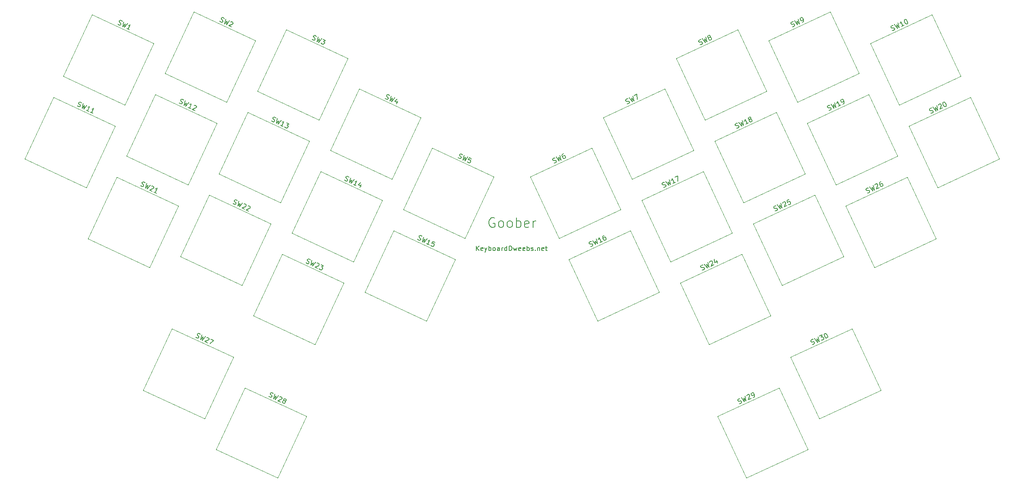
<source format=gto>
G04 #@! TF.GenerationSoftware,KiCad,Pcbnew,7.0.1*
G04 #@! TF.CreationDate,2024-05-26T16:47:26-04:00*
G04 #@! TF.ProjectId,30,33302e6b-6963-4616-945f-706362585858,rev?*
G04 #@! TF.SameCoordinates,Original*
G04 #@! TF.FileFunction,Legend,Top*
G04 #@! TF.FilePolarity,Positive*
%FSLAX46Y46*%
G04 Gerber Fmt 4.6, Leading zero omitted, Abs format (unit mm)*
G04 Created by KiCad (PCBNEW 7.0.1) date 2024-05-26 16:47:26*
%MOMM*%
%LPD*%
G01*
G04 APERTURE LIST*
%ADD10C,0.150000*%
%ADD11C,0.120000*%
%ADD12O,3.290000X1.500000*%
%ADD13O,1.500000X3.290000*%
%ADD14C,3.050000*%
%ADD15C,4.000000*%
%ADD16C,1.750000*%
G04 APERTURE END LIST*
D10*
X118493809Y-71410476D02*
X118303333Y-71315238D01*
X118303333Y-71315238D02*
X118017619Y-71315238D01*
X118017619Y-71315238D02*
X117731904Y-71410476D01*
X117731904Y-71410476D02*
X117541428Y-71600952D01*
X117541428Y-71600952D02*
X117446190Y-71791428D01*
X117446190Y-71791428D02*
X117350952Y-72172380D01*
X117350952Y-72172380D02*
X117350952Y-72458095D01*
X117350952Y-72458095D02*
X117446190Y-72839047D01*
X117446190Y-72839047D02*
X117541428Y-73029523D01*
X117541428Y-73029523D02*
X117731904Y-73220000D01*
X117731904Y-73220000D02*
X118017619Y-73315238D01*
X118017619Y-73315238D02*
X118208095Y-73315238D01*
X118208095Y-73315238D02*
X118493809Y-73220000D01*
X118493809Y-73220000D02*
X118589047Y-73124761D01*
X118589047Y-73124761D02*
X118589047Y-72458095D01*
X118589047Y-72458095D02*
X118208095Y-72458095D01*
X119731904Y-73315238D02*
X119541428Y-73220000D01*
X119541428Y-73220000D02*
X119446190Y-73124761D01*
X119446190Y-73124761D02*
X119350952Y-72934285D01*
X119350952Y-72934285D02*
X119350952Y-72362857D01*
X119350952Y-72362857D02*
X119446190Y-72172380D01*
X119446190Y-72172380D02*
X119541428Y-72077142D01*
X119541428Y-72077142D02*
X119731904Y-71981904D01*
X119731904Y-71981904D02*
X120017619Y-71981904D01*
X120017619Y-71981904D02*
X120208095Y-72077142D01*
X120208095Y-72077142D02*
X120303333Y-72172380D01*
X120303333Y-72172380D02*
X120398571Y-72362857D01*
X120398571Y-72362857D02*
X120398571Y-72934285D01*
X120398571Y-72934285D02*
X120303333Y-73124761D01*
X120303333Y-73124761D02*
X120208095Y-73220000D01*
X120208095Y-73220000D02*
X120017619Y-73315238D01*
X120017619Y-73315238D02*
X119731904Y-73315238D01*
X121541428Y-73315238D02*
X121350952Y-73220000D01*
X121350952Y-73220000D02*
X121255714Y-73124761D01*
X121255714Y-73124761D02*
X121160476Y-72934285D01*
X121160476Y-72934285D02*
X121160476Y-72362857D01*
X121160476Y-72362857D02*
X121255714Y-72172380D01*
X121255714Y-72172380D02*
X121350952Y-72077142D01*
X121350952Y-72077142D02*
X121541428Y-71981904D01*
X121541428Y-71981904D02*
X121827143Y-71981904D01*
X121827143Y-71981904D02*
X122017619Y-72077142D01*
X122017619Y-72077142D02*
X122112857Y-72172380D01*
X122112857Y-72172380D02*
X122208095Y-72362857D01*
X122208095Y-72362857D02*
X122208095Y-72934285D01*
X122208095Y-72934285D02*
X122112857Y-73124761D01*
X122112857Y-73124761D02*
X122017619Y-73220000D01*
X122017619Y-73220000D02*
X121827143Y-73315238D01*
X121827143Y-73315238D02*
X121541428Y-73315238D01*
X123065238Y-73315238D02*
X123065238Y-71315238D01*
X123065238Y-72077142D02*
X123255714Y-71981904D01*
X123255714Y-71981904D02*
X123636667Y-71981904D01*
X123636667Y-71981904D02*
X123827143Y-72077142D01*
X123827143Y-72077142D02*
X123922381Y-72172380D01*
X123922381Y-72172380D02*
X124017619Y-72362857D01*
X124017619Y-72362857D02*
X124017619Y-72934285D01*
X124017619Y-72934285D02*
X123922381Y-73124761D01*
X123922381Y-73124761D02*
X123827143Y-73220000D01*
X123827143Y-73220000D02*
X123636667Y-73315238D01*
X123636667Y-73315238D02*
X123255714Y-73315238D01*
X123255714Y-73315238D02*
X123065238Y-73220000D01*
X125636667Y-73220000D02*
X125446191Y-73315238D01*
X125446191Y-73315238D02*
X125065238Y-73315238D01*
X125065238Y-73315238D02*
X124874762Y-73220000D01*
X124874762Y-73220000D02*
X124779524Y-73029523D01*
X124779524Y-73029523D02*
X124779524Y-72267619D01*
X124779524Y-72267619D02*
X124874762Y-72077142D01*
X124874762Y-72077142D02*
X125065238Y-71981904D01*
X125065238Y-71981904D02*
X125446191Y-71981904D01*
X125446191Y-71981904D02*
X125636667Y-72077142D01*
X125636667Y-72077142D02*
X125731905Y-72267619D01*
X125731905Y-72267619D02*
X125731905Y-72458095D01*
X125731905Y-72458095D02*
X124779524Y-72648571D01*
X126589048Y-73315238D02*
X126589048Y-71981904D01*
X126589048Y-72362857D02*
X126684286Y-72172380D01*
X126684286Y-72172380D02*
X126779524Y-72077142D01*
X126779524Y-72077142D02*
X126970000Y-71981904D01*
X126970000Y-71981904D02*
X127160477Y-71981904D01*
X114688095Y-78187619D02*
X114688095Y-77187619D01*
X115259523Y-78187619D02*
X114830952Y-77616190D01*
X115259523Y-77187619D02*
X114688095Y-77759047D01*
X116069047Y-78140000D02*
X115973809Y-78187619D01*
X115973809Y-78187619D02*
X115783333Y-78187619D01*
X115783333Y-78187619D02*
X115688095Y-78140000D01*
X115688095Y-78140000D02*
X115640476Y-78044761D01*
X115640476Y-78044761D02*
X115640476Y-77663809D01*
X115640476Y-77663809D02*
X115688095Y-77568571D01*
X115688095Y-77568571D02*
X115783333Y-77520952D01*
X115783333Y-77520952D02*
X115973809Y-77520952D01*
X115973809Y-77520952D02*
X116069047Y-77568571D01*
X116069047Y-77568571D02*
X116116666Y-77663809D01*
X116116666Y-77663809D02*
X116116666Y-77759047D01*
X116116666Y-77759047D02*
X115640476Y-77854285D01*
X116450000Y-77520952D02*
X116688095Y-78187619D01*
X116926190Y-77520952D02*
X116688095Y-78187619D01*
X116688095Y-78187619D02*
X116592857Y-78425714D01*
X116592857Y-78425714D02*
X116545238Y-78473333D01*
X116545238Y-78473333D02*
X116450000Y-78520952D01*
X117307143Y-78187619D02*
X117307143Y-77187619D01*
X117307143Y-77568571D02*
X117402381Y-77520952D01*
X117402381Y-77520952D02*
X117592857Y-77520952D01*
X117592857Y-77520952D02*
X117688095Y-77568571D01*
X117688095Y-77568571D02*
X117735714Y-77616190D01*
X117735714Y-77616190D02*
X117783333Y-77711428D01*
X117783333Y-77711428D02*
X117783333Y-77997142D01*
X117783333Y-77997142D02*
X117735714Y-78092380D01*
X117735714Y-78092380D02*
X117688095Y-78140000D01*
X117688095Y-78140000D02*
X117592857Y-78187619D01*
X117592857Y-78187619D02*
X117402381Y-78187619D01*
X117402381Y-78187619D02*
X117307143Y-78140000D01*
X118354762Y-78187619D02*
X118259524Y-78140000D01*
X118259524Y-78140000D02*
X118211905Y-78092380D01*
X118211905Y-78092380D02*
X118164286Y-77997142D01*
X118164286Y-77997142D02*
X118164286Y-77711428D01*
X118164286Y-77711428D02*
X118211905Y-77616190D01*
X118211905Y-77616190D02*
X118259524Y-77568571D01*
X118259524Y-77568571D02*
X118354762Y-77520952D01*
X118354762Y-77520952D02*
X118497619Y-77520952D01*
X118497619Y-77520952D02*
X118592857Y-77568571D01*
X118592857Y-77568571D02*
X118640476Y-77616190D01*
X118640476Y-77616190D02*
X118688095Y-77711428D01*
X118688095Y-77711428D02*
X118688095Y-77997142D01*
X118688095Y-77997142D02*
X118640476Y-78092380D01*
X118640476Y-78092380D02*
X118592857Y-78140000D01*
X118592857Y-78140000D02*
X118497619Y-78187619D01*
X118497619Y-78187619D02*
X118354762Y-78187619D01*
X119545238Y-78187619D02*
X119545238Y-77663809D01*
X119545238Y-77663809D02*
X119497619Y-77568571D01*
X119497619Y-77568571D02*
X119402381Y-77520952D01*
X119402381Y-77520952D02*
X119211905Y-77520952D01*
X119211905Y-77520952D02*
X119116667Y-77568571D01*
X119545238Y-78140000D02*
X119450000Y-78187619D01*
X119450000Y-78187619D02*
X119211905Y-78187619D01*
X119211905Y-78187619D02*
X119116667Y-78140000D01*
X119116667Y-78140000D02*
X119069048Y-78044761D01*
X119069048Y-78044761D02*
X119069048Y-77949523D01*
X119069048Y-77949523D02*
X119116667Y-77854285D01*
X119116667Y-77854285D02*
X119211905Y-77806666D01*
X119211905Y-77806666D02*
X119450000Y-77806666D01*
X119450000Y-77806666D02*
X119545238Y-77759047D01*
X120021429Y-78187619D02*
X120021429Y-77520952D01*
X120021429Y-77711428D02*
X120069048Y-77616190D01*
X120069048Y-77616190D02*
X120116667Y-77568571D01*
X120116667Y-77568571D02*
X120211905Y-77520952D01*
X120211905Y-77520952D02*
X120307143Y-77520952D01*
X121069048Y-78187619D02*
X121069048Y-77187619D01*
X121069048Y-78140000D02*
X120973810Y-78187619D01*
X120973810Y-78187619D02*
X120783334Y-78187619D01*
X120783334Y-78187619D02*
X120688096Y-78140000D01*
X120688096Y-78140000D02*
X120640477Y-78092380D01*
X120640477Y-78092380D02*
X120592858Y-77997142D01*
X120592858Y-77997142D02*
X120592858Y-77711428D01*
X120592858Y-77711428D02*
X120640477Y-77616190D01*
X120640477Y-77616190D02*
X120688096Y-77568571D01*
X120688096Y-77568571D02*
X120783334Y-77520952D01*
X120783334Y-77520952D02*
X120973810Y-77520952D01*
X120973810Y-77520952D02*
X121069048Y-77568571D01*
X121545239Y-78187619D02*
X121545239Y-77187619D01*
X121545239Y-77187619D02*
X121783334Y-77187619D01*
X121783334Y-77187619D02*
X121926191Y-77235238D01*
X121926191Y-77235238D02*
X122021429Y-77330476D01*
X122021429Y-77330476D02*
X122069048Y-77425714D01*
X122069048Y-77425714D02*
X122116667Y-77616190D01*
X122116667Y-77616190D02*
X122116667Y-77759047D01*
X122116667Y-77759047D02*
X122069048Y-77949523D01*
X122069048Y-77949523D02*
X122021429Y-78044761D01*
X122021429Y-78044761D02*
X121926191Y-78140000D01*
X121926191Y-78140000D02*
X121783334Y-78187619D01*
X121783334Y-78187619D02*
X121545239Y-78187619D01*
X122450001Y-77520952D02*
X122640477Y-78187619D01*
X122640477Y-78187619D02*
X122830953Y-77711428D01*
X122830953Y-77711428D02*
X123021429Y-78187619D01*
X123021429Y-78187619D02*
X123211905Y-77520952D01*
X123973810Y-78140000D02*
X123878572Y-78187619D01*
X123878572Y-78187619D02*
X123688096Y-78187619D01*
X123688096Y-78187619D02*
X123592858Y-78140000D01*
X123592858Y-78140000D02*
X123545239Y-78044761D01*
X123545239Y-78044761D02*
X123545239Y-77663809D01*
X123545239Y-77663809D02*
X123592858Y-77568571D01*
X123592858Y-77568571D02*
X123688096Y-77520952D01*
X123688096Y-77520952D02*
X123878572Y-77520952D01*
X123878572Y-77520952D02*
X123973810Y-77568571D01*
X123973810Y-77568571D02*
X124021429Y-77663809D01*
X124021429Y-77663809D02*
X124021429Y-77759047D01*
X124021429Y-77759047D02*
X123545239Y-77854285D01*
X124830953Y-78140000D02*
X124735715Y-78187619D01*
X124735715Y-78187619D02*
X124545239Y-78187619D01*
X124545239Y-78187619D02*
X124450001Y-78140000D01*
X124450001Y-78140000D02*
X124402382Y-78044761D01*
X124402382Y-78044761D02*
X124402382Y-77663809D01*
X124402382Y-77663809D02*
X124450001Y-77568571D01*
X124450001Y-77568571D02*
X124545239Y-77520952D01*
X124545239Y-77520952D02*
X124735715Y-77520952D01*
X124735715Y-77520952D02*
X124830953Y-77568571D01*
X124830953Y-77568571D02*
X124878572Y-77663809D01*
X124878572Y-77663809D02*
X124878572Y-77759047D01*
X124878572Y-77759047D02*
X124402382Y-77854285D01*
X125307144Y-78187619D02*
X125307144Y-77187619D01*
X125307144Y-77568571D02*
X125402382Y-77520952D01*
X125402382Y-77520952D02*
X125592858Y-77520952D01*
X125592858Y-77520952D02*
X125688096Y-77568571D01*
X125688096Y-77568571D02*
X125735715Y-77616190D01*
X125735715Y-77616190D02*
X125783334Y-77711428D01*
X125783334Y-77711428D02*
X125783334Y-77997142D01*
X125783334Y-77997142D02*
X125735715Y-78092380D01*
X125735715Y-78092380D02*
X125688096Y-78140000D01*
X125688096Y-78140000D02*
X125592858Y-78187619D01*
X125592858Y-78187619D02*
X125402382Y-78187619D01*
X125402382Y-78187619D02*
X125307144Y-78140000D01*
X126164287Y-78140000D02*
X126259525Y-78187619D01*
X126259525Y-78187619D02*
X126450001Y-78187619D01*
X126450001Y-78187619D02*
X126545239Y-78140000D01*
X126545239Y-78140000D02*
X126592858Y-78044761D01*
X126592858Y-78044761D02*
X126592858Y-77997142D01*
X126592858Y-77997142D02*
X126545239Y-77901904D01*
X126545239Y-77901904D02*
X126450001Y-77854285D01*
X126450001Y-77854285D02*
X126307144Y-77854285D01*
X126307144Y-77854285D02*
X126211906Y-77806666D01*
X126211906Y-77806666D02*
X126164287Y-77711428D01*
X126164287Y-77711428D02*
X126164287Y-77663809D01*
X126164287Y-77663809D02*
X126211906Y-77568571D01*
X126211906Y-77568571D02*
X126307144Y-77520952D01*
X126307144Y-77520952D02*
X126450001Y-77520952D01*
X126450001Y-77520952D02*
X126545239Y-77568571D01*
X127021430Y-78092380D02*
X127069049Y-78140000D01*
X127069049Y-78140000D02*
X127021430Y-78187619D01*
X127021430Y-78187619D02*
X126973811Y-78140000D01*
X126973811Y-78140000D02*
X127021430Y-78092380D01*
X127021430Y-78092380D02*
X127021430Y-78187619D01*
X127497620Y-77520952D02*
X127497620Y-78187619D01*
X127497620Y-77616190D02*
X127545239Y-77568571D01*
X127545239Y-77568571D02*
X127640477Y-77520952D01*
X127640477Y-77520952D02*
X127783334Y-77520952D01*
X127783334Y-77520952D02*
X127878572Y-77568571D01*
X127878572Y-77568571D02*
X127926191Y-77663809D01*
X127926191Y-77663809D02*
X127926191Y-78187619D01*
X128783334Y-78140000D02*
X128688096Y-78187619D01*
X128688096Y-78187619D02*
X128497620Y-78187619D01*
X128497620Y-78187619D02*
X128402382Y-78140000D01*
X128402382Y-78140000D02*
X128354763Y-78044761D01*
X128354763Y-78044761D02*
X128354763Y-77663809D01*
X128354763Y-77663809D02*
X128402382Y-77568571D01*
X128402382Y-77568571D02*
X128497620Y-77520952D01*
X128497620Y-77520952D02*
X128688096Y-77520952D01*
X128688096Y-77520952D02*
X128783334Y-77568571D01*
X128783334Y-77568571D02*
X128830953Y-77663809D01*
X128830953Y-77663809D02*
X128830953Y-77759047D01*
X128830953Y-77759047D02*
X128354763Y-77854285D01*
X129116668Y-77520952D02*
X129497620Y-77520952D01*
X129259525Y-77187619D02*
X129259525Y-78044761D01*
X129259525Y-78044761D02*
X129307144Y-78140000D01*
X129307144Y-78140000D02*
X129402382Y-78187619D01*
X129402382Y-78187619D02*
X129497620Y-78187619D01*
X184895841Y-97777753D02*
X185045438Y-97760537D01*
X185045438Y-97760537D02*
X185261225Y-97659913D01*
X185261225Y-97659913D02*
X185327416Y-97576506D01*
X185327416Y-97576506D02*
X185350449Y-97513224D01*
X185350449Y-97513224D02*
X185353357Y-97406784D01*
X185353357Y-97406784D02*
X185313107Y-97320469D01*
X185313107Y-97320469D02*
X185229700Y-97254279D01*
X185229700Y-97254279D02*
X185166418Y-97231246D01*
X185166418Y-97231246D02*
X185059979Y-97228338D01*
X185059979Y-97228338D02*
X184867224Y-97265679D01*
X184867224Y-97265679D02*
X184760784Y-97262771D01*
X184760784Y-97262771D02*
X184697502Y-97239738D01*
X184697502Y-97239738D02*
X184614095Y-97173548D01*
X184614095Y-97173548D02*
X184573846Y-97087233D01*
X184573846Y-97087233D02*
X184576754Y-96980793D01*
X184576754Y-96980793D02*
X184599787Y-96917511D01*
X184599787Y-96917511D02*
X184665977Y-96834104D01*
X184665977Y-96834104D02*
X184881765Y-96733481D01*
X184881765Y-96733481D02*
X185031362Y-96716264D01*
X185313340Y-96532234D02*
X185951746Y-97337918D01*
X185951746Y-97337918D02*
X185822505Y-96610057D01*
X185822505Y-96610057D02*
X186297006Y-97176921D01*
X186297006Y-97176921D02*
X186090175Y-96169990D01*
X186349120Y-96049242D02*
X186910168Y-95787621D01*
X186910168Y-95787621D02*
X186769062Y-96273754D01*
X186769062Y-96273754D02*
X186898535Y-96213380D01*
X186898535Y-96213380D02*
X187004975Y-96216288D01*
X187004975Y-96216288D02*
X187068257Y-96239321D01*
X187068257Y-96239321D02*
X187151664Y-96305511D01*
X187151664Y-96305511D02*
X187252287Y-96521299D01*
X187252287Y-96521299D02*
X187249379Y-96627738D01*
X187249379Y-96627738D02*
X187226346Y-96691020D01*
X187226346Y-96691020D02*
X187160156Y-96774427D01*
X187160156Y-96774427D02*
X186901211Y-96895175D01*
X186901211Y-96895175D02*
X186794771Y-96892267D01*
X186794771Y-96892267D02*
X186731489Y-96869234D01*
X187471215Y-95526000D02*
X187557530Y-95485751D01*
X187557530Y-95485751D02*
X187663970Y-95488659D01*
X187663970Y-95488659D02*
X187727252Y-95511692D01*
X187727252Y-95511692D02*
X187810659Y-95577882D01*
X187810659Y-95577882D02*
X187934315Y-95730387D01*
X187934315Y-95730387D02*
X188034939Y-95946175D01*
X188034939Y-95946175D02*
X188072280Y-96138930D01*
X188072280Y-96138930D02*
X188069372Y-96245369D01*
X188069372Y-96245369D02*
X188046339Y-96308651D01*
X188046339Y-96308651D02*
X187980149Y-96392058D01*
X187980149Y-96392058D02*
X187893834Y-96432308D01*
X187893834Y-96432308D02*
X187787394Y-96429400D01*
X187787394Y-96429400D02*
X187724112Y-96406367D01*
X187724112Y-96406367D02*
X187640705Y-96340176D01*
X187640705Y-96340176D02*
X187517049Y-96187671D01*
X187517049Y-96187671D02*
X187416425Y-95971883D01*
X187416425Y-95971883D02*
X187379084Y-95779129D01*
X187379084Y-95779129D02*
X187381992Y-95672689D01*
X187381992Y-95672689D02*
X187405025Y-95609407D01*
X187405025Y-95609407D02*
X187471215Y-95526000D01*
X169643397Y-110144922D02*
X169792994Y-110127706D01*
X169792994Y-110127706D02*
X170008781Y-110027082D01*
X170008781Y-110027082D02*
X170074972Y-109943675D01*
X170074972Y-109943675D02*
X170098005Y-109880393D01*
X170098005Y-109880393D02*
X170100913Y-109773953D01*
X170100913Y-109773953D02*
X170060663Y-109687638D01*
X170060663Y-109687638D02*
X169977256Y-109621448D01*
X169977256Y-109621448D02*
X169913974Y-109598415D01*
X169913974Y-109598415D02*
X169807535Y-109595507D01*
X169807535Y-109595507D02*
X169614780Y-109632848D01*
X169614780Y-109632848D02*
X169508340Y-109629940D01*
X169508340Y-109629940D02*
X169445058Y-109606907D01*
X169445058Y-109606907D02*
X169361651Y-109540717D01*
X169361651Y-109540717D02*
X169321402Y-109454402D01*
X169321402Y-109454402D02*
X169324310Y-109347962D01*
X169324310Y-109347962D02*
X169347343Y-109284680D01*
X169347343Y-109284680D02*
X169413533Y-109201273D01*
X169413533Y-109201273D02*
X169629321Y-109100650D01*
X169629321Y-109100650D02*
X169778918Y-109083433D01*
X170060896Y-108899403D02*
X170699302Y-109705087D01*
X170699302Y-109705087D02*
X170570061Y-108977226D01*
X170570061Y-108977226D02*
X171044562Y-109544090D01*
X171044562Y-109544090D02*
X170837731Y-108537159D01*
X171180083Y-108482601D02*
X171203116Y-108419319D01*
X171203116Y-108419319D02*
X171269306Y-108335912D01*
X171269306Y-108335912D02*
X171485094Y-108235288D01*
X171485094Y-108235288D02*
X171591533Y-108238197D01*
X171591533Y-108238197D02*
X171654816Y-108261229D01*
X171654816Y-108261229D02*
X171738222Y-108327420D01*
X171738222Y-108327420D02*
X171778472Y-108413735D01*
X171778472Y-108413735D02*
X171795688Y-108563332D01*
X171795688Y-108563332D02*
X171519294Y-109322718D01*
X171519294Y-109322718D02*
X172080342Y-109061098D01*
X172511917Y-108859851D02*
X172684547Y-108779352D01*
X172684547Y-108779352D02*
X172750738Y-108695945D01*
X172750738Y-108695945D02*
X172773770Y-108632663D01*
X172773770Y-108632663D02*
X172799711Y-108462941D01*
X172799711Y-108462941D02*
X172762370Y-108270186D01*
X172762370Y-108270186D02*
X172601373Y-107924926D01*
X172601373Y-107924926D02*
X172517966Y-107858736D01*
X172517966Y-107858736D02*
X172454684Y-107835703D01*
X172454684Y-107835703D02*
X172348244Y-107832795D01*
X172348244Y-107832795D02*
X172175614Y-107913294D01*
X172175614Y-107913294D02*
X172109424Y-107996700D01*
X172109424Y-107996700D02*
X172086391Y-108059983D01*
X172086391Y-108059983D02*
X172083483Y-108166422D01*
X172083483Y-108166422D02*
X172184106Y-108382210D01*
X172184106Y-108382210D02*
X172267513Y-108448400D01*
X172267513Y-108448400D02*
X172330795Y-108471433D01*
X172330795Y-108471433D02*
X172437235Y-108474341D01*
X172437235Y-108474341D02*
X172609865Y-108393843D01*
X172609865Y-108393843D02*
X172676055Y-108310436D01*
X172676055Y-108310436D02*
X172699088Y-108247154D01*
X172699088Y-108247154D02*
X172701996Y-108140714D01*
X71384460Y-108613136D02*
X71493808Y-108716668D01*
X71493808Y-108716668D02*
X71709596Y-108817291D01*
X71709596Y-108817291D02*
X71816036Y-108814383D01*
X71816036Y-108814383D02*
X71879318Y-108791350D01*
X71879318Y-108791350D02*
X71962725Y-108725160D01*
X71962725Y-108725160D02*
X72002974Y-108638845D01*
X72002974Y-108638845D02*
X72000066Y-108532405D01*
X72000066Y-108532405D02*
X71977033Y-108469123D01*
X71977033Y-108469123D02*
X71910843Y-108385716D01*
X71910843Y-108385716D02*
X71758337Y-108262060D01*
X71758337Y-108262060D02*
X71692147Y-108178653D01*
X71692147Y-108178653D02*
X71669114Y-108115371D01*
X71669114Y-108115371D02*
X71666206Y-108008931D01*
X71666206Y-108008931D02*
X71706455Y-107922616D01*
X71706455Y-107922616D02*
X71789862Y-107856426D01*
X71789862Y-107856426D02*
X71853144Y-107833393D01*
X71853144Y-107833393D02*
X71959584Y-107830485D01*
X71959584Y-107830485D02*
X72175372Y-107931108D01*
X72175372Y-107931108D02*
X72284719Y-108034640D01*
X72606947Y-108132355D02*
X72400116Y-109139286D01*
X72400116Y-109139286D02*
X72874616Y-108572422D01*
X72874616Y-108572422D02*
X72745376Y-109300284D01*
X72745376Y-109300284D02*
X73383782Y-108494599D01*
X73645635Y-108721787D02*
X73708917Y-108698754D01*
X73708917Y-108698754D02*
X73815357Y-108695846D01*
X73815357Y-108695846D02*
X74031145Y-108796469D01*
X74031145Y-108796469D02*
X74097335Y-108879876D01*
X74097335Y-108879876D02*
X74120368Y-108943158D01*
X74120368Y-108943158D02*
X74123276Y-109049598D01*
X74123276Y-109049598D02*
X74083027Y-109135913D01*
X74083027Y-109135913D02*
X73979495Y-109245261D01*
X73979495Y-109245261D02*
X73220109Y-109521655D01*
X73220109Y-109521655D02*
X73781156Y-109783276D01*
X74540543Y-109506882D02*
X74474352Y-109423475D01*
X74474352Y-109423475D02*
X74451320Y-109360193D01*
X74451320Y-109360193D02*
X74448411Y-109253753D01*
X74448411Y-109253753D02*
X74468536Y-109210596D01*
X74468536Y-109210596D02*
X74551943Y-109144405D01*
X74551943Y-109144405D02*
X74615225Y-109121372D01*
X74615225Y-109121372D02*
X74721665Y-109118464D01*
X74721665Y-109118464D02*
X74894295Y-109198963D01*
X74894295Y-109198963D02*
X74960485Y-109282370D01*
X74960485Y-109282370D02*
X74983518Y-109345652D01*
X74983518Y-109345652D02*
X74986426Y-109452092D01*
X74986426Y-109452092D02*
X74966302Y-109495249D01*
X74966302Y-109495249D02*
X74882895Y-109561440D01*
X74882895Y-109561440D02*
X74819613Y-109584472D01*
X74819613Y-109584472D02*
X74713173Y-109587381D01*
X74713173Y-109587381D02*
X74540543Y-109506882D01*
X74540543Y-109506882D02*
X74434103Y-109509790D01*
X74434103Y-109509790D02*
X74370821Y-109532823D01*
X74370821Y-109532823D02*
X74287414Y-109599013D01*
X74287414Y-109599013D02*
X74206915Y-109771643D01*
X74206915Y-109771643D02*
X74209823Y-109878083D01*
X74209823Y-109878083D02*
X74232856Y-109941365D01*
X74232856Y-109941365D02*
X74299047Y-110024772D01*
X74299047Y-110024772D02*
X74471677Y-110105271D01*
X74471677Y-110105271D02*
X74578116Y-110102363D01*
X74578116Y-110102363D02*
X74641399Y-110079330D01*
X74641399Y-110079330D02*
X74724805Y-110013139D01*
X74724805Y-110013139D02*
X74805304Y-109840509D01*
X74805304Y-109840509D02*
X74802396Y-109734070D01*
X74802396Y-109734070D02*
X74779363Y-109670788D01*
X74779363Y-109670788D02*
X74713173Y-109587381D01*
X56132016Y-96245967D02*
X56241364Y-96349499D01*
X56241364Y-96349499D02*
X56457152Y-96450122D01*
X56457152Y-96450122D02*
X56563592Y-96447214D01*
X56563592Y-96447214D02*
X56626874Y-96424181D01*
X56626874Y-96424181D02*
X56710281Y-96357991D01*
X56710281Y-96357991D02*
X56750530Y-96271676D01*
X56750530Y-96271676D02*
X56747622Y-96165236D01*
X56747622Y-96165236D02*
X56724589Y-96101954D01*
X56724589Y-96101954D02*
X56658399Y-96018547D01*
X56658399Y-96018547D02*
X56505893Y-95894891D01*
X56505893Y-95894891D02*
X56439703Y-95811484D01*
X56439703Y-95811484D02*
X56416670Y-95748202D01*
X56416670Y-95748202D02*
X56413762Y-95641762D01*
X56413762Y-95641762D02*
X56454011Y-95555447D01*
X56454011Y-95555447D02*
X56537418Y-95489257D01*
X56537418Y-95489257D02*
X56600700Y-95466224D01*
X56600700Y-95466224D02*
X56707140Y-95463316D01*
X56707140Y-95463316D02*
X56922928Y-95563939D01*
X56922928Y-95563939D02*
X57032275Y-95667471D01*
X57354503Y-95765186D02*
X57147672Y-96772117D01*
X57147672Y-96772117D02*
X57622172Y-96205253D01*
X57622172Y-96205253D02*
X57492932Y-96933115D01*
X57492932Y-96933115D02*
X58131338Y-96127430D01*
X58393191Y-96354618D02*
X58456473Y-96331585D01*
X58456473Y-96331585D02*
X58562913Y-96328677D01*
X58562913Y-96328677D02*
X58778701Y-96429300D01*
X58778701Y-96429300D02*
X58844891Y-96512707D01*
X58844891Y-96512707D02*
X58867924Y-96575989D01*
X58867924Y-96575989D02*
X58870832Y-96682429D01*
X58870832Y-96682429D02*
X58830583Y-96768744D01*
X58830583Y-96768744D02*
X58727051Y-96878092D01*
X58727051Y-96878092D02*
X57967665Y-97154486D01*
X57967665Y-97154486D02*
X58528712Y-97416107D01*
X59253433Y-96650672D02*
X59857638Y-96932417D01*
X59857638Y-96932417D02*
X59046603Y-97657603D01*
X196413698Y-66132701D02*
X196563295Y-66115485D01*
X196563295Y-66115485D02*
X196779082Y-66014861D01*
X196779082Y-66014861D02*
X196845273Y-65931454D01*
X196845273Y-65931454D02*
X196868306Y-65868172D01*
X196868306Y-65868172D02*
X196871214Y-65761732D01*
X196871214Y-65761732D02*
X196830964Y-65675417D01*
X196830964Y-65675417D02*
X196747557Y-65609227D01*
X196747557Y-65609227D02*
X196684275Y-65586194D01*
X196684275Y-65586194D02*
X196577836Y-65583286D01*
X196577836Y-65583286D02*
X196385081Y-65620627D01*
X196385081Y-65620627D02*
X196278641Y-65617719D01*
X196278641Y-65617719D02*
X196215359Y-65594686D01*
X196215359Y-65594686D02*
X196131952Y-65528496D01*
X196131952Y-65528496D02*
X196091703Y-65442181D01*
X196091703Y-65442181D02*
X196094611Y-65335741D01*
X196094611Y-65335741D02*
X196117644Y-65272459D01*
X196117644Y-65272459D02*
X196183834Y-65189052D01*
X196183834Y-65189052D02*
X196399622Y-65088429D01*
X196399622Y-65088429D02*
X196549219Y-65071212D01*
X196831197Y-64887182D02*
X197469603Y-65692866D01*
X197469603Y-65692866D02*
X197340362Y-64965005D01*
X197340362Y-64965005D02*
X197814863Y-65531869D01*
X197814863Y-65531869D02*
X197608032Y-64524938D01*
X197950384Y-64470380D02*
X197973417Y-64407098D01*
X197973417Y-64407098D02*
X198039607Y-64323691D01*
X198039607Y-64323691D02*
X198255395Y-64223067D01*
X198255395Y-64223067D02*
X198361834Y-64225976D01*
X198361834Y-64225976D02*
X198425117Y-64249008D01*
X198425117Y-64249008D02*
X198508523Y-64315199D01*
X198508523Y-64315199D02*
X198548773Y-64401514D01*
X198548773Y-64401514D02*
X198565989Y-64551111D01*
X198565989Y-64551111D02*
X198289595Y-65310497D01*
X198289595Y-65310497D02*
X198850643Y-65048877D01*
X199204860Y-63780325D02*
X199032230Y-63860823D01*
X199032230Y-63860823D02*
X198966040Y-63944230D01*
X198966040Y-63944230D02*
X198943007Y-64007512D01*
X198943007Y-64007512D02*
X198917066Y-64177234D01*
X198917066Y-64177234D02*
X198954407Y-64369989D01*
X198954407Y-64369989D02*
X199115404Y-64715249D01*
X199115404Y-64715249D02*
X199198811Y-64781439D01*
X199198811Y-64781439D02*
X199262093Y-64804472D01*
X199262093Y-64804472D02*
X199368533Y-64807380D01*
X199368533Y-64807380D02*
X199541163Y-64726882D01*
X199541163Y-64726882D02*
X199607354Y-64643475D01*
X199607354Y-64643475D02*
X199630386Y-64580193D01*
X199630386Y-64580193D02*
X199633295Y-64473753D01*
X199633295Y-64473753D02*
X199532671Y-64257965D01*
X199532671Y-64257965D02*
X199449264Y-64191775D01*
X199449264Y-64191775D02*
X199385982Y-64168742D01*
X199385982Y-64168742D02*
X199279542Y-64165834D01*
X199279542Y-64165834D02*
X199106912Y-64246333D01*
X199106912Y-64246333D02*
X199040722Y-64329740D01*
X199040722Y-64329740D02*
X199017689Y-64393022D01*
X199017689Y-64393022D02*
X199014781Y-64499461D01*
X177135815Y-69867288D02*
X177285412Y-69850072D01*
X177285412Y-69850072D02*
X177501199Y-69749448D01*
X177501199Y-69749448D02*
X177567390Y-69666041D01*
X177567390Y-69666041D02*
X177590423Y-69602759D01*
X177590423Y-69602759D02*
X177593331Y-69496319D01*
X177593331Y-69496319D02*
X177553081Y-69410004D01*
X177553081Y-69410004D02*
X177469674Y-69343814D01*
X177469674Y-69343814D02*
X177406392Y-69320781D01*
X177406392Y-69320781D02*
X177299953Y-69317873D01*
X177299953Y-69317873D02*
X177107198Y-69355214D01*
X177107198Y-69355214D02*
X177000758Y-69352306D01*
X177000758Y-69352306D02*
X176937476Y-69329273D01*
X176937476Y-69329273D02*
X176854069Y-69263083D01*
X176854069Y-69263083D02*
X176813820Y-69176768D01*
X176813820Y-69176768D02*
X176816728Y-69070328D01*
X176816728Y-69070328D02*
X176839761Y-69007046D01*
X176839761Y-69007046D02*
X176905951Y-68923639D01*
X176905951Y-68923639D02*
X177121739Y-68823016D01*
X177121739Y-68823016D02*
X177271336Y-68805799D01*
X177553314Y-68621769D02*
X178191720Y-69427453D01*
X178191720Y-69427453D02*
X178062479Y-68699592D01*
X178062479Y-68699592D02*
X178536980Y-69266456D01*
X178536980Y-69266456D02*
X178330149Y-68259525D01*
X178672501Y-68204967D02*
X178695534Y-68141685D01*
X178695534Y-68141685D02*
X178761724Y-68058278D01*
X178761724Y-68058278D02*
X178977512Y-67957654D01*
X178977512Y-67957654D02*
X179083951Y-67960563D01*
X179083951Y-67960563D02*
X179147234Y-67983595D01*
X179147234Y-67983595D02*
X179230640Y-68049786D01*
X179230640Y-68049786D02*
X179270890Y-68136101D01*
X179270890Y-68136101D02*
X179288106Y-68285698D01*
X179288106Y-68285698D02*
X179011712Y-69045084D01*
X179011712Y-69045084D02*
X179572760Y-68783464D01*
X179970134Y-67494787D02*
X179538559Y-67696034D01*
X179538559Y-67696034D02*
X179696649Y-68147733D01*
X179696649Y-68147733D02*
X179719681Y-68084451D01*
X179719681Y-68084451D02*
X179785872Y-68001044D01*
X179785872Y-68001044D02*
X180001659Y-67900421D01*
X180001659Y-67900421D02*
X180108099Y-67903329D01*
X180108099Y-67903329D02*
X180171381Y-67926362D01*
X180171381Y-67926362D02*
X180254788Y-67992552D01*
X180254788Y-67992552D02*
X180355412Y-68208340D01*
X180355412Y-68208340D02*
X180352503Y-68314780D01*
X180352503Y-68314780D02*
X180329471Y-68378062D01*
X180329471Y-68378062D02*
X180263280Y-68461469D01*
X180263280Y-68461469D02*
X180047493Y-68562092D01*
X180047493Y-68562092D02*
X179941053Y-68559184D01*
X179941053Y-68559184D02*
X179877771Y-68536151D01*
X161883371Y-82234457D02*
X162032968Y-82217241D01*
X162032968Y-82217241D02*
X162248755Y-82116617D01*
X162248755Y-82116617D02*
X162314946Y-82033210D01*
X162314946Y-82033210D02*
X162337979Y-81969928D01*
X162337979Y-81969928D02*
X162340887Y-81863488D01*
X162340887Y-81863488D02*
X162300637Y-81777173D01*
X162300637Y-81777173D02*
X162217230Y-81710983D01*
X162217230Y-81710983D02*
X162153948Y-81687950D01*
X162153948Y-81687950D02*
X162047509Y-81685042D01*
X162047509Y-81685042D02*
X161854754Y-81722383D01*
X161854754Y-81722383D02*
X161748314Y-81719475D01*
X161748314Y-81719475D02*
X161685032Y-81696442D01*
X161685032Y-81696442D02*
X161601625Y-81630252D01*
X161601625Y-81630252D02*
X161561376Y-81543937D01*
X161561376Y-81543937D02*
X161564284Y-81437497D01*
X161564284Y-81437497D02*
X161587317Y-81374215D01*
X161587317Y-81374215D02*
X161653507Y-81290808D01*
X161653507Y-81290808D02*
X161869295Y-81190185D01*
X161869295Y-81190185D02*
X162018892Y-81172968D01*
X162300870Y-80988938D02*
X162939276Y-81794622D01*
X162939276Y-81794622D02*
X162810035Y-81066761D01*
X162810035Y-81066761D02*
X163284536Y-81633625D01*
X163284536Y-81633625D02*
X163077705Y-80626694D01*
X163420057Y-80572136D02*
X163443090Y-80508854D01*
X163443090Y-80508854D02*
X163509280Y-80425447D01*
X163509280Y-80425447D02*
X163725068Y-80324823D01*
X163725068Y-80324823D02*
X163831507Y-80327732D01*
X163831507Y-80327732D02*
X163894790Y-80350764D01*
X163894790Y-80350764D02*
X163978196Y-80416955D01*
X163978196Y-80416955D02*
X164018446Y-80503270D01*
X164018446Y-80503270D02*
X164035662Y-80652867D01*
X164035662Y-80652867D02*
X163759268Y-81412253D01*
X163759268Y-81412253D02*
X164320316Y-81150633D01*
X164815406Y-80184183D02*
X165097151Y-80788388D01*
X164438621Y-79939546D02*
X164524703Y-80687533D01*
X164524703Y-80687533D02*
X165085751Y-80425912D01*
X79144486Y-80702671D02*
X79253834Y-80806203D01*
X79253834Y-80806203D02*
X79469622Y-80906826D01*
X79469622Y-80906826D02*
X79576062Y-80903918D01*
X79576062Y-80903918D02*
X79639344Y-80880885D01*
X79639344Y-80880885D02*
X79722751Y-80814695D01*
X79722751Y-80814695D02*
X79763000Y-80728380D01*
X79763000Y-80728380D02*
X79760092Y-80621940D01*
X79760092Y-80621940D02*
X79737059Y-80558658D01*
X79737059Y-80558658D02*
X79670869Y-80475251D01*
X79670869Y-80475251D02*
X79518363Y-80351595D01*
X79518363Y-80351595D02*
X79452173Y-80268188D01*
X79452173Y-80268188D02*
X79429140Y-80204906D01*
X79429140Y-80204906D02*
X79426232Y-80098466D01*
X79426232Y-80098466D02*
X79466481Y-80012151D01*
X79466481Y-80012151D02*
X79549888Y-79945961D01*
X79549888Y-79945961D02*
X79613170Y-79922928D01*
X79613170Y-79922928D02*
X79719610Y-79920020D01*
X79719610Y-79920020D02*
X79935398Y-80020643D01*
X79935398Y-80020643D02*
X80044745Y-80124175D01*
X80366973Y-80221890D02*
X80160142Y-81228821D01*
X80160142Y-81228821D02*
X80634642Y-80661957D01*
X80634642Y-80661957D02*
X80505402Y-81389819D01*
X80505402Y-81389819D02*
X81143808Y-80584134D01*
X81405661Y-80811322D02*
X81468943Y-80788289D01*
X81468943Y-80788289D02*
X81575383Y-80785381D01*
X81575383Y-80785381D02*
X81791171Y-80886004D01*
X81791171Y-80886004D02*
X81857361Y-80969411D01*
X81857361Y-80969411D02*
X81880394Y-81032693D01*
X81880394Y-81032693D02*
X81883302Y-81139133D01*
X81883302Y-81139133D02*
X81843053Y-81225448D01*
X81843053Y-81225448D02*
X81739521Y-81334796D01*
X81739521Y-81334796D02*
X80980135Y-81611190D01*
X80980135Y-81611190D02*
X81541182Y-81872811D01*
X82265903Y-81107376D02*
X82826951Y-81368997D01*
X82826951Y-81368997D02*
X82363851Y-81573384D01*
X82363851Y-81573384D02*
X82493323Y-81633758D01*
X82493323Y-81633758D02*
X82559514Y-81717165D01*
X82559514Y-81717165D02*
X82582547Y-81780447D01*
X82582547Y-81780447D02*
X82585455Y-81886887D01*
X82585455Y-81886887D02*
X82484831Y-82102674D01*
X82484831Y-82102674D02*
X82401425Y-82168865D01*
X82401425Y-82168865D02*
X82338142Y-82191898D01*
X82338142Y-82191898D02*
X82231703Y-82194806D01*
X82231703Y-82194806D02*
X81972758Y-82074058D01*
X81972758Y-82074058D02*
X81906567Y-81990651D01*
X81906567Y-81990651D02*
X81883534Y-81927369D01*
X63892042Y-68335502D02*
X64001390Y-68439034D01*
X64001390Y-68439034D02*
X64217178Y-68539657D01*
X64217178Y-68539657D02*
X64323618Y-68536749D01*
X64323618Y-68536749D02*
X64386900Y-68513716D01*
X64386900Y-68513716D02*
X64470307Y-68447526D01*
X64470307Y-68447526D02*
X64510556Y-68361211D01*
X64510556Y-68361211D02*
X64507648Y-68254771D01*
X64507648Y-68254771D02*
X64484615Y-68191489D01*
X64484615Y-68191489D02*
X64418425Y-68108082D01*
X64418425Y-68108082D02*
X64265919Y-67984426D01*
X64265919Y-67984426D02*
X64199729Y-67901019D01*
X64199729Y-67901019D02*
X64176696Y-67837737D01*
X64176696Y-67837737D02*
X64173788Y-67731297D01*
X64173788Y-67731297D02*
X64214037Y-67644982D01*
X64214037Y-67644982D02*
X64297444Y-67578792D01*
X64297444Y-67578792D02*
X64360726Y-67555759D01*
X64360726Y-67555759D02*
X64467166Y-67552851D01*
X64467166Y-67552851D02*
X64682954Y-67653474D01*
X64682954Y-67653474D02*
X64792301Y-67757006D01*
X65114529Y-67854721D02*
X64907698Y-68861652D01*
X64907698Y-68861652D02*
X65382198Y-68294788D01*
X65382198Y-68294788D02*
X65252958Y-69022650D01*
X65252958Y-69022650D02*
X65891364Y-68216965D01*
X66153217Y-68444153D02*
X66216499Y-68421120D01*
X66216499Y-68421120D02*
X66322939Y-68418212D01*
X66322939Y-68418212D02*
X66538727Y-68518835D01*
X66538727Y-68518835D02*
X66604917Y-68602242D01*
X66604917Y-68602242D02*
X66627950Y-68665524D01*
X66627950Y-68665524D02*
X66630858Y-68771964D01*
X66630858Y-68771964D02*
X66590609Y-68858279D01*
X66590609Y-68858279D02*
X66487077Y-68967627D01*
X66487077Y-68967627D02*
X65727691Y-69244021D01*
X65727691Y-69244021D02*
X66288738Y-69505642D01*
X67016367Y-68846647D02*
X67079650Y-68823614D01*
X67079650Y-68823614D02*
X67186089Y-68820706D01*
X67186089Y-68820706D02*
X67401877Y-68921329D01*
X67401877Y-68921329D02*
X67468067Y-69004736D01*
X67468067Y-69004736D02*
X67491100Y-69068018D01*
X67491100Y-69068018D02*
X67494008Y-69174458D01*
X67494008Y-69174458D02*
X67453759Y-69260773D01*
X67453759Y-69260773D02*
X67350227Y-69370121D01*
X67350227Y-69370121D02*
X66590841Y-69646515D01*
X66590841Y-69646515D02*
X67151889Y-69908136D01*
X44614159Y-64600915D02*
X44723507Y-64704447D01*
X44723507Y-64704447D02*
X44939295Y-64805070D01*
X44939295Y-64805070D02*
X45045735Y-64802162D01*
X45045735Y-64802162D02*
X45109017Y-64779129D01*
X45109017Y-64779129D02*
X45192424Y-64712939D01*
X45192424Y-64712939D02*
X45232673Y-64626624D01*
X45232673Y-64626624D02*
X45229765Y-64520184D01*
X45229765Y-64520184D02*
X45206732Y-64456902D01*
X45206732Y-64456902D02*
X45140542Y-64373495D01*
X45140542Y-64373495D02*
X44988036Y-64249839D01*
X44988036Y-64249839D02*
X44921846Y-64166432D01*
X44921846Y-64166432D02*
X44898813Y-64103150D01*
X44898813Y-64103150D02*
X44895905Y-63996710D01*
X44895905Y-63996710D02*
X44936154Y-63910395D01*
X44936154Y-63910395D02*
X45019561Y-63844205D01*
X45019561Y-63844205D02*
X45082843Y-63821172D01*
X45082843Y-63821172D02*
X45189283Y-63818264D01*
X45189283Y-63818264D02*
X45405071Y-63918887D01*
X45405071Y-63918887D02*
X45514418Y-64022419D01*
X45836646Y-64120134D02*
X45629815Y-65127065D01*
X45629815Y-65127065D02*
X46104315Y-64560201D01*
X46104315Y-64560201D02*
X45975075Y-65288063D01*
X45975075Y-65288063D02*
X46613481Y-64482378D01*
X46875334Y-64709566D02*
X46938616Y-64686533D01*
X46938616Y-64686533D02*
X47045056Y-64683625D01*
X47045056Y-64683625D02*
X47260844Y-64784248D01*
X47260844Y-64784248D02*
X47327034Y-64867655D01*
X47327034Y-64867655D02*
X47350067Y-64930937D01*
X47350067Y-64930937D02*
X47352975Y-65037377D01*
X47352975Y-65037377D02*
X47312726Y-65123692D01*
X47312726Y-65123692D02*
X47209194Y-65233040D01*
X47209194Y-65233040D02*
X46449808Y-65509434D01*
X46449808Y-65509434D02*
X47010855Y-65771055D01*
X47874006Y-66173549D02*
X47356116Y-65932052D01*
X47615061Y-66052800D02*
X48037679Y-65146493D01*
X48037679Y-65146493D02*
X47890990Y-65235716D01*
X47890990Y-65235716D02*
X47764425Y-65281782D01*
X47764425Y-65281782D02*
X47657986Y-65284690D01*
X209653422Y-49449242D02*
X209803019Y-49432026D01*
X209803019Y-49432026D02*
X210018806Y-49331402D01*
X210018806Y-49331402D02*
X210084997Y-49247995D01*
X210084997Y-49247995D02*
X210108030Y-49184713D01*
X210108030Y-49184713D02*
X210110938Y-49078273D01*
X210110938Y-49078273D02*
X210070688Y-48991958D01*
X210070688Y-48991958D02*
X209987281Y-48925768D01*
X209987281Y-48925768D02*
X209923999Y-48902735D01*
X209923999Y-48902735D02*
X209817560Y-48899827D01*
X209817560Y-48899827D02*
X209624805Y-48937168D01*
X209624805Y-48937168D02*
X209518365Y-48934260D01*
X209518365Y-48934260D02*
X209455083Y-48911227D01*
X209455083Y-48911227D02*
X209371676Y-48845037D01*
X209371676Y-48845037D02*
X209331427Y-48758722D01*
X209331427Y-48758722D02*
X209334335Y-48652282D01*
X209334335Y-48652282D02*
X209357368Y-48589000D01*
X209357368Y-48589000D02*
X209423558Y-48505593D01*
X209423558Y-48505593D02*
X209639346Y-48404970D01*
X209639346Y-48404970D02*
X209788943Y-48387753D01*
X210070921Y-48203723D02*
X210709327Y-49009407D01*
X210709327Y-49009407D02*
X210580086Y-48281546D01*
X210580086Y-48281546D02*
X211054587Y-48848410D01*
X211054587Y-48848410D02*
X210847756Y-47841479D01*
X211190108Y-47786921D02*
X211213141Y-47723639D01*
X211213141Y-47723639D02*
X211279331Y-47640232D01*
X211279331Y-47640232D02*
X211495119Y-47539608D01*
X211495119Y-47539608D02*
X211601558Y-47542517D01*
X211601558Y-47542517D02*
X211664841Y-47565549D01*
X211664841Y-47565549D02*
X211748247Y-47631740D01*
X211748247Y-47631740D02*
X211788497Y-47718055D01*
X211788497Y-47718055D02*
X211805713Y-47867652D01*
X211805713Y-47867652D02*
X211529319Y-48627038D01*
X211529319Y-48627038D02*
X212090367Y-48365418D01*
X212228796Y-47197489D02*
X212315111Y-47157240D01*
X212315111Y-47157240D02*
X212421551Y-47160148D01*
X212421551Y-47160148D02*
X212484833Y-47183181D01*
X212484833Y-47183181D02*
X212568240Y-47249371D01*
X212568240Y-47249371D02*
X212691896Y-47401876D01*
X212691896Y-47401876D02*
X212792520Y-47617664D01*
X212792520Y-47617664D02*
X212829861Y-47810419D01*
X212829861Y-47810419D02*
X212826953Y-47916858D01*
X212826953Y-47916858D02*
X212803920Y-47980140D01*
X212803920Y-47980140D02*
X212737730Y-48063547D01*
X212737730Y-48063547D02*
X212651415Y-48103797D01*
X212651415Y-48103797D02*
X212544975Y-48100889D01*
X212544975Y-48100889D02*
X212481693Y-48077856D01*
X212481693Y-48077856D02*
X212398286Y-48011665D01*
X212398286Y-48011665D02*
X212274630Y-47859160D01*
X212274630Y-47859160D02*
X212174006Y-47643372D01*
X212174006Y-47643372D02*
X212136665Y-47450618D01*
X212136665Y-47450618D02*
X212139573Y-47344178D01*
X212139573Y-47344178D02*
X212162606Y-47280896D01*
X212162606Y-47280896D02*
X212228796Y-47197489D01*
X188362820Y-48867538D02*
X188512417Y-48850322D01*
X188512417Y-48850322D02*
X188728204Y-48749698D01*
X188728204Y-48749698D02*
X188794395Y-48666291D01*
X188794395Y-48666291D02*
X188817428Y-48603009D01*
X188817428Y-48603009D02*
X188820336Y-48496569D01*
X188820336Y-48496569D02*
X188780086Y-48410254D01*
X188780086Y-48410254D02*
X188696679Y-48344064D01*
X188696679Y-48344064D02*
X188633397Y-48321031D01*
X188633397Y-48321031D02*
X188526958Y-48318123D01*
X188526958Y-48318123D02*
X188334203Y-48355464D01*
X188334203Y-48355464D02*
X188227763Y-48352556D01*
X188227763Y-48352556D02*
X188164481Y-48329523D01*
X188164481Y-48329523D02*
X188081074Y-48263333D01*
X188081074Y-48263333D02*
X188040825Y-48177018D01*
X188040825Y-48177018D02*
X188043733Y-48070578D01*
X188043733Y-48070578D02*
X188066766Y-48007296D01*
X188066766Y-48007296D02*
X188132956Y-47923889D01*
X188132956Y-47923889D02*
X188348744Y-47823266D01*
X188348744Y-47823266D02*
X188498341Y-47806049D01*
X188780319Y-47622019D02*
X189418725Y-48427703D01*
X189418725Y-48427703D02*
X189289484Y-47699842D01*
X189289484Y-47699842D02*
X189763985Y-48266706D01*
X189763985Y-48266706D02*
X189557154Y-47259775D01*
X190799765Y-47783714D02*
X190281875Y-48025210D01*
X190540820Y-47904462D02*
X190118202Y-46998154D01*
X190118202Y-46998154D02*
X190092261Y-47167876D01*
X190092261Y-47167876D02*
X190046195Y-47294440D01*
X190046195Y-47294440D02*
X189980005Y-47377847D01*
X191231340Y-47582467D02*
X191403970Y-47501968D01*
X191403970Y-47501968D02*
X191470161Y-47418561D01*
X191470161Y-47418561D02*
X191493193Y-47355279D01*
X191493193Y-47355279D02*
X191519134Y-47185557D01*
X191519134Y-47185557D02*
X191481793Y-46992802D01*
X191481793Y-46992802D02*
X191320796Y-46647542D01*
X191320796Y-46647542D02*
X191237389Y-46581352D01*
X191237389Y-46581352D02*
X191174107Y-46558319D01*
X191174107Y-46558319D02*
X191067667Y-46555411D01*
X191067667Y-46555411D02*
X190895037Y-46635910D01*
X190895037Y-46635910D02*
X190828847Y-46719316D01*
X190828847Y-46719316D02*
X190805814Y-46782599D01*
X190805814Y-46782599D02*
X190802906Y-46889038D01*
X190802906Y-46889038D02*
X190903529Y-47104826D01*
X190903529Y-47104826D02*
X190986936Y-47171016D01*
X190986936Y-47171016D02*
X191050218Y-47194049D01*
X191050218Y-47194049D02*
X191156658Y-47196957D01*
X191156658Y-47196957D02*
X191329288Y-47116459D01*
X191329288Y-47116459D02*
X191395478Y-47033052D01*
X191395478Y-47033052D02*
X191418511Y-46969770D01*
X191418511Y-46969770D02*
X191421419Y-46863330D01*
X169084937Y-52602125D02*
X169234534Y-52584909D01*
X169234534Y-52584909D02*
X169450321Y-52484285D01*
X169450321Y-52484285D02*
X169516512Y-52400878D01*
X169516512Y-52400878D02*
X169539545Y-52337596D01*
X169539545Y-52337596D02*
X169542453Y-52231156D01*
X169542453Y-52231156D02*
X169502203Y-52144841D01*
X169502203Y-52144841D02*
X169418796Y-52078651D01*
X169418796Y-52078651D02*
X169355514Y-52055618D01*
X169355514Y-52055618D02*
X169249075Y-52052710D01*
X169249075Y-52052710D02*
X169056320Y-52090051D01*
X169056320Y-52090051D02*
X168949880Y-52087143D01*
X168949880Y-52087143D02*
X168886598Y-52064110D01*
X168886598Y-52064110D02*
X168803191Y-51997920D01*
X168803191Y-51997920D02*
X168762942Y-51911605D01*
X168762942Y-51911605D02*
X168765850Y-51805165D01*
X168765850Y-51805165D02*
X168788883Y-51741883D01*
X168788883Y-51741883D02*
X168855073Y-51658476D01*
X168855073Y-51658476D02*
X169070861Y-51557853D01*
X169070861Y-51557853D02*
X169220458Y-51540636D01*
X169502436Y-51356606D02*
X170140842Y-52162290D01*
X170140842Y-52162290D02*
X170011601Y-51434429D01*
X170011601Y-51434429D02*
X170486102Y-52001293D01*
X170486102Y-52001293D02*
X170279271Y-50994362D01*
X171521882Y-51518301D02*
X171003992Y-51759797D01*
X171262937Y-51639049D02*
X170840319Y-50732741D01*
X170840319Y-50732741D02*
X170814378Y-50902463D01*
X170814378Y-50902463D02*
X170768312Y-51029027D01*
X170768312Y-51029027D02*
X170702122Y-51112434D01*
X171798276Y-50758914D02*
X171691836Y-50756006D01*
X171691836Y-50756006D02*
X171628554Y-50732973D01*
X171628554Y-50732973D02*
X171545147Y-50666783D01*
X171545147Y-50666783D02*
X171525023Y-50623625D01*
X171525023Y-50623625D02*
X171527931Y-50517186D01*
X171527931Y-50517186D02*
X171550964Y-50453903D01*
X171550964Y-50453903D02*
X171617154Y-50370497D01*
X171617154Y-50370497D02*
X171789784Y-50289998D01*
X171789784Y-50289998D02*
X171896224Y-50292906D01*
X171896224Y-50292906D02*
X171959506Y-50315939D01*
X171959506Y-50315939D02*
X172042913Y-50382129D01*
X172042913Y-50382129D02*
X172063037Y-50425287D01*
X172063037Y-50425287D02*
X172060129Y-50531726D01*
X172060129Y-50531726D02*
X172037096Y-50595009D01*
X172037096Y-50595009D02*
X171970906Y-50678416D01*
X171970906Y-50678416D02*
X171798276Y-50758914D01*
X171798276Y-50758914D02*
X171732086Y-50842321D01*
X171732086Y-50842321D02*
X171709053Y-50905603D01*
X171709053Y-50905603D02*
X171706145Y-51012043D01*
X171706145Y-51012043D02*
X171786643Y-51184673D01*
X171786643Y-51184673D02*
X171870050Y-51250863D01*
X171870050Y-51250863D02*
X171933332Y-51273896D01*
X171933332Y-51273896D02*
X172039772Y-51276804D01*
X172039772Y-51276804D02*
X172212402Y-51196306D01*
X172212402Y-51196306D02*
X172278593Y-51112899D01*
X172278593Y-51112899D02*
X172301625Y-51049617D01*
X172301625Y-51049617D02*
X172304534Y-50943177D01*
X172304534Y-50943177D02*
X172224035Y-50770547D01*
X172224035Y-50770547D02*
X172140628Y-50704357D01*
X172140628Y-50704357D02*
X172077346Y-50681324D01*
X172077346Y-50681324D02*
X171970906Y-50678416D01*
X153832493Y-64969294D02*
X153982090Y-64952078D01*
X153982090Y-64952078D02*
X154197877Y-64851454D01*
X154197877Y-64851454D02*
X154264068Y-64768047D01*
X154264068Y-64768047D02*
X154287101Y-64704765D01*
X154287101Y-64704765D02*
X154290009Y-64598325D01*
X154290009Y-64598325D02*
X154249759Y-64512010D01*
X154249759Y-64512010D02*
X154166352Y-64445820D01*
X154166352Y-64445820D02*
X154103070Y-64422787D01*
X154103070Y-64422787D02*
X153996631Y-64419879D01*
X153996631Y-64419879D02*
X153803876Y-64457220D01*
X153803876Y-64457220D02*
X153697436Y-64454312D01*
X153697436Y-64454312D02*
X153634154Y-64431279D01*
X153634154Y-64431279D02*
X153550747Y-64365089D01*
X153550747Y-64365089D02*
X153510498Y-64278774D01*
X153510498Y-64278774D02*
X153513406Y-64172334D01*
X153513406Y-64172334D02*
X153536439Y-64109052D01*
X153536439Y-64109052D02*
X153602629Y-64025645D01*
X153602629Y-64025645D02*
X153818417Y-63925022D01*
X153818417Y-63925022D02*
X153968014Y-63907805D01*
X154249992Y-63723775D02*
X154888398Y-64529459D01*
X154888398Y-64529459D02*
X154759157Y-63801598D01*
X154759157Y-63801598D02*
X155233658Y-64368462D01*
X155233658Y-64368462D02*
X155026827Y-63361531D01*
X156269438Y-63885470D02*
X155751548Y-64126966D01*
X156010493Y-64006218D02*
X155587875Y-63099910D01*
X155587875Y-63099910D02*
X155561934Y-63269632D01*
X155561934Y-63269632D02*
X155515868Y-63396196D01*
X155515868Y-63396196D02*
X155449678Y-63479603D01*
X156148922Y-62838289D02*
X156753127Y-62556543D01*
X156753127Y-62556543D02*
X156787328Y-63643973D01*
X138580049Y-77336463D02*
X138729646Y-77319247D01*
X138729646Y-77319247D02*
X138945433Y-77218623D01*
X138945433Y-77218623D02*
X139011624Y-77135216D01*
X139011624Y-77135216D02*
X139034657Y-77071934D01*
X139034657Y-77071934D02*
X139037565Y-76965494D01*
X139037565Y-76965494D02*
X138997315Y-76879179D01*
X138997315Y-76879179D02*
X138913908Y-76812989D01*
X138913908Y-76812989D02*
X138850626Y-76789956D01*
X138850626Y-76789956D02*
X138744187Y-76787048D01*
X138744187Y-76787048D02*
X138551432Y-76824389D01*
X138551432Y-76824389D02*
X138444992Y-76821481D01*
X138444992Y-76821481D02*
X138381710Y-76798448D01*
X138381710Y-76798448D02*
X138298303Y-76732258D01*
X138298303Y-76732258D02*
X138258054Y-76645943D01*
X138258054Y-76645943D02*
X138260962Y-76539503D01*
X138260962Y-76539503D02*
X138283995Y-76476221D01*
X138283995Y-76476221D02*
X138350185Y-76392814D01*
X138350185Y-76392814D02*
X138565973Y-76292191D01*
X138565973Y-76292191D02*
X138715570Y-76274974D01*
X138997548Y-76090944D02*
X139635954Y-76896628D01*
X139635954Y-76896628D02*
X139506713Y-76168767D01*
X139506713Y-76168767D02*
X139981214Y-76735631D01*
X139981214Y-76735631D02*
X139774383Y-75728700D01*
X141016994Y-76252639D02*
X140499104Y-76494135D01*
X140758049Y-76373387D02*
X140335431Y-75467079D01*
X140335431Y-75467079D02*
X140309490Y-75636801D01*
X140309490Y-75636801D02*
X140263424Y-75763365D01*
X140263424Y-75763365D02*
X140197234Y-75846772D01*
X141371211Y-74984087D02*
X141198581Y-75064585D01*
X141198581Y-75064585D02*
X141132391Y-75147992D01*
X141132391Y-75147992D02*
X141109358Y-75211274D01*
X141109358Y-75211274D02*
X141083417Y-75380996D01*
X141083417Y-75380996D02*
X141120758Y-75573751D01*
X141120758Y-75573751D02*
X141281755Y-75919011D01*
X141281755Y-75919011D02*
X141365162Y-75985201D01*
X141365162Y-75985201D02*
X141428444Y-76008234D01*
X141428444Y-76008234D02*
X141534884Y-76011142D01*
X141534884Y-76011142D02*
X141707514Y-75930644D01*
X141707514Y-75930644D02*
X141773705Y-75847237D01*
X141773705Y-75847237D02*
X141796737Y-75783955D01*
X141796737Y-75783955D02*
X141799646Y-75677515D01*
X141799646Y-75677515D02*
X141699022Y-75461727D01*
X141699022Y-75461727D02*
X141615615Y-75395537D01*
X141615615Y-75395537D02*
X141552333Y-75372504D01*
X141552333Y-75372504D02*
X141445893Y-75369596D01*
X141445893Y-75369596D02*
X141273263Y-75450095D01*
X141273263Y-75450095D02*
X141207073Y-75533502D01*
X141207073Y-75533502D02*
X141184040Y-75596784D01*
X141184040Y-75596784D02*
X141181132Y-75703223D01*
X102447808Y-75804677D02*
X102557156Y-75908209D01*
X102557156Y-75908209D02*
X102772944Y-76008832D01*
X102772944Y-76008832D02*
X102879384Y-76005924D01*
X102879384Y-76005924D02*
X102942666Y-75982891D01*
X102942666Y-75982891D02*
X103026073Y-75916701D01*
X103026073Y-75916701D02*
X103066322Y-75830386D01*
X103066322Y-75830386D02*
X103063414Y-75723946D01*
X103063414Y-75723946D02*
X103040381Y-75660664D01*
X103040381Y-75660664D02*
X102974191Y-75577257D01*
X102974191Y-75577257D02*
X102821685Y-75453601D01*
X102821685Y-75453601D02*
X102755495Y-75370194D01*
X102755495Y-75370194D02*
X102732462Y-75306912D01*
X102732462Y-75306912D02*
X102729554Y-75200472D01*
X102729554Y-75200472D02*
X102769803Y-75114157D01*
X102769803Y-75114157D02*
X102853210Y-75047967D01*
X102853210Y-75047967D02*
X102916492Y-75024934D01*
X102916492Y-75024934D02*
X103022932Y-75022026D01*
X103022932Y-75022026D02*
X103238720Y-75122649D01*
X103238720Y-75122649D02*
X103348067Y-75226181D01*
X103670295Y-75323896D02*
X103463464Y-76330827D01*
X103463464Y-76330827D02*
X103937964Y-75763963D01*
X103937964Y-75763963D02*
X103808724Y-76491825D01*
X103808724Y-76491825D02*
X104447130Y-75686140D01*
X104844504Y-76974817D02*
X104326614Y-76733321D01*
X104585559Y-76854069D02*
X105008178Y-75947761D01*
X105008178Y-75947761D02*
X104861489Y-76036984D01*
X104861489Y-76036984D02*
X104734924Y-76083050D01*
X104734924Y-76083050D02*
X104628484Y-76085958D01*
X106087115Y-76450878D02*
X105655540Y-76249631D01*
X105655540Y-76249631D02*
X105411136Y-76661082D01*
X105411136Y-76661082D02*
X105474418Y-76638049D01*
X105474418Y-76638049D02*
X105580858Y-76635141D01*
X105580858Y-76635141D02*
X105796645Y-76735764D01*
X105796645Y-76735764D02*
X105862836Y-76819171D01*
X105862836Y-76819171D02*
X105885869Y-76882453D01*
X105885869Y-76882453D02*
X105888777Y-76988893D01*
X105888777Y-76988893D02*
X105788153Y-77204680D01*
X105788153Y-77204680D02*
X105704747Y-77270871D01*
X105704747Y-77270871D02*
X105641464Y-77293904D01*
X105641464Y-77293904D02*
X105535025Y-77296812D01*
X105535025Y-77296812D02*
X105319237Y-77196188D01*
X105319237Y-77196188D02*
X105253047Y-77112782D01*
X105253047Y-77112782D02*
X105230014Y-77049499D01*
X87195364Y-63437508D02*
X87304712Y-63541040D01*
X87304712Y-63541040D02*
X87520500Y-63641663D01*
X87520500Y-63641663D02*
X87626940Y-63638755D01*
X87626940Y-63638755D02*
X87690222Y-63615722D01*
X87690222Y-63615722D02*
X87773629Y-63549532D01*
X87773629Y-63549532D02*
X87813878Y-63463217D01*
X87813878Y-63463217D02*
X87810970Y-63356777D01*
X87810970Y-63356777D02*
X87787937Y-63293495D01*
X87787937Y-63293495D02*
X87721747Y-63210088D01*
X87721747Y-63210088D02*
X87569241Y-63086432D01*
X87569241Y-63086432D02*
X87503051Y-63003025D01*
X87503051Y-63003025D02*
X87480018Y-62939743D01*
X87480018Y-62939743D02*
X87477110Y-62833303D01*
X87477110Y-62833303D02*
X87517359Y-62746988D01*
X87517359Y-62746988D02*
X87600766Y-62680798D01*
X87600766Y-62680798D02*
X87664048Y-62657765D01*
X87664048Y-62657765D02*
X87770488Y-62654857D01*
X87770488Y-62654857D02*
X87986276Y-62755480D01*
X87986276Y-62755480D02*
X88095623Y-62859012D01*
X88417851Y-62956727D02*
X88211020Y-63963658D01*
X88211020Y-63963658D02*
X88685520Y-63396794D01*
X88685520Y-63396794D02*
X88556280Y-64124656D01*
X88556280Y-64124656D02*
X89194686Y-63318971D01*
X89592060Y-64607648D02*
X89074170Y-64366152D01*
X89333115Y-64486900D02*
X89755734Y-63580592D01*
X89755734Y-63580592D02*
X89609045Y-63669815D01*
X89609045Y-63669815D02*
X89482480Y-63715881D01*
X89482480Y-63715881D02*
X89376040Y-63718789D01*
X90650641Y-64365687D02*
X90368896Y-64969892D01*
X90595851Y-63919803D02*
X90078193Y-64466543D01*
X90078193Y-64466543D02*
X90639241Y-64728164D01*
X71942920Y-51070339D02*
X72052268Y-51173871D01*
X72052268Y-51173871D02*
X72268056Y-51274494D01*
X72268056Y-51274494D02*
X72374496Y-51271586D01*
X72374496Y-51271586D02*
X72437778Y-51248553D01*
X72437778Y-51248553D02*
X72521185Y-51182363D01*
X72521185Y-51182363D02*
X72561434Y-51096048D01*
X72561434Y-51096048D02*
X72558526Y-50989608D01*
X72558526Y-50989608D02*
X72535493Y-50926326D01*
X72535493Y-50926326D02*
X72469303Y-50842919D01*
X72469303Y-50842919D02*
X72316797Y-50719263D01*
X72316797Y-50719263D02*
X72250607Y-50635856D01*
X72250607Y-50635856D02*
X72227574Y-50572574D01*
X72227574Y-50572574D02*
X72224666Y-50466134D01*
X72224666Y-50466134D02*
X72264915Y-50379819D01*
X72264915Y-50379819D02*
X72348322Y-50313629D01*
X72348322Y-50313629D02*
X72411604Y-50290596D01*
X72411604Y-50290596D02*
X72518044Y-50287688D01*
X72518044Y-50287688D02*
X72733832Y-50388311D01*
X72733832Y-50388311D02*
X72843179Y-50491843D01*
X73165407Y-50589558D02*
X72958576Y-51596489D01*
X72958576Y-51596489D02*
X73433076Y-51029625D01*
X73433076Y-51029625D02*
X73303836Y-51757487D01*
X73303836Y-51757487D02*
X73942242Y-50951802D01*
X74339616Y-52240479D02*
X73821726Y-51998983D01*
X74080671Y-52119731D02*
X74503290Y-51213423D01*
X74503290Y-51213423D02*
X74356601Y-51302646D01*
X74356601Y-51302646D02*
X74230036Y-51348712D01*
X74230036Y-51348712D02*
X74123596Y-51351620D01*
X75064337Y-51475044D02*
X75625385Y-51736665D01*
X75625385Y-51736665D02*
X75162285Y-51941052D01*
X75162285Y-51941052D02*
X75291757Y-52001426D01*
X75291757Y-52001426D02*
X75357948Y-52084833D01*
X75357948Y-52084833D02*
X75380981Y-52148115D01*
X75380981Y-52148115D02*
X75383889Y-52254555D01*
X75383889Y-52254555D02*
X75283265Y-52470342D01*
X75283265Y-52470342D02*
X75199859Y-52536533D01*
X75199859Y-52536533D02*
X75136576Y-52559566D01*
X75136576Y-52559566D02*
X75030137Y-52562474D01*
X75030137Y-52562474D02*
X74771192Y-52441726D01*
X74771192Y-52441726D02*
X74705001Y-52358319D01*
X74705001Y-52358319D02*
X74681968Y-52295037D01*
X52665037Y-47335752D02*
X52774385Y-47439284D01*
X52774385Y-47439284D02*
X52990173Y-47539907D01*
X52990173Y-47539907D02*
X53096613Y-47536999D01*
X53096613Y-47536999D02*
X53159895Y-47513966D01*
X53159895Y-47513966D02*
X53243302Y-47447776D01*
X53243302Y-47447776D02*
X53283551Y-47361461D01*
X53283551Y-47361461D02*
X53280643Y-47255021D01*
X53280643Y-47255021D02*
X53257610Y-47191739D01*
X53257610Y-47191739D02*
X53191420Y-47108332D01*
X53191420Y-47108332D02*
X53038914Y-46984676D01*
X53038914Y-46984676D02*
X52972724Y-46901269D01*
X52972724Y-46901269D02*
X52949691Y-46837987D01*
X52949691Y-46837987D02*
X52946783Y-46731547D01*
X52946783Y-46731547D02*
X52987032Y-46645232D01*
X52987032Y-46645232D02*
X53070439Y-46579042D01*
X53070439Y-46579042D02*
X53133721Y-46556009D01*
X53133721Y-46556009D02*
X53240161Y-46553101D01*
X53240161Y-46553101D02*
X53455949Y-46653724D01*
X53455949Y-46653724D02*
X53565296Y-46757256D01*
X53887524Y-46854971D02*
X53680693Y-47861902D01*
X53680693Y-47861902D02*
X54155193Y-47295038D01*
X54155193Y-47295038D02*
X54025953Y-48022900D01*
X54025953Y-48022900D02*
X54664359Y-47217215D01*
X55061733Y-48505892D02*
X54543843Y-48264396D01*
X54802788Y-48385144D02*
X55225407Y-47478836D01*
X55225407Y-47478836D02*
X55078718Y-47568059D01*
X55078718Y-47568059D02*
X54952153Y-47614125D01*
X54952153Y-47614125D02*
X54845713Y-47617033D01*
X55789362Y-47846897D02*
X55852645Y-47823864D01*
X55852645Y-47823864D02*
X55959084Y-47820956D01*
X55959084Y-47820956D02*
X56174872Y-47921579D01*
X56174872Y-47921579D02*
X56241062Y-48004986D01*
X56241062Y-48004986D02*
X56264095Y-48068268D01*
X56264095Y-48068268D02*
X56267003Y-48174708D01*
X56267003Y-48174708D02*
X56226754Y-48261023D01*
X56226754Y-48261023D02*
X56123222Y-48370371D01*
X56123222Y-48370371D02*
X55363836Y-48646765D01*
X55363836Y-48646765D02*
X55924884Y-48908386D01*
X31374435Y-47917456D02*
X31483783Y-48020988D01*
X31483783Y-48020988D02*
X31699571Y-48121611D01*
X31699571Y-48121611D02*
X31806011Y-48118703D01*
X31806011Y-48118703D02*
X31869293Y-48095670D01*
X31869293Y-48095670D02*
X31952700Y-48029480D01*
X31952700Y-48029480D02*
X31992949Y-47943165D01*
X31992949Y-47943165D02*
X31990041Y-47836725D01*
X31990041Y-47836725D02*
X31967008Y-47773443D01*
X31967008Y-47773443D02*
X31900818Y-47690036D01*
X31900818Y-47690036D02*
X31748312Y-47566380D01*
X31748312Y-47566380D02*
X31682122Y-47482973D01*
X31682122Y-47482973D02*
X31659089Y-47419691D01*
X31659089Y-47419691D02*
X31656181Y-47313251D01*
X31656181Y-47313251D02*
X31696430Y-47226936D01*
X31696430Y-47226936D02*
X31779837Y-47160746D01*
X31779837Y-47160746D02*
X31843119Y-47137713D01*
X31843119Y-47137713D02*
X31949559Y-47134805D01*
X31949559Y-47134805D02*
X32165347Y-47235428D01*
X32165347Y-47235428D02*
X32274694Y-47338960D01*
X32596922Y-47436675D02*
X32390091Y-48443606D01*
X32390091Y-48443606D02*
X32864591Y-47876742D01*
X32864591Y-47876742D02*
X32735351Y-48604604D01*
X32735351Y-48604604D02*
X33373757Y-47798919D01*
X33771131Y-49087596D02*
X33253241Y-48846100D01*
X33512186Y-48966848D02*
X33934805Y-48060540D01*
X33934805Y-48060540D02*
X33788116Y-48149763D01*
X33788116Y-48149763D02*
X33661551Y-48195829D01*
X33661551Y-48195829D02*
X33555111Y-48198737D01*
X34634282Y-49490090D02*
X34116392Y-49248593D01*
X34375337Y-49369341D02*
X34797955Y-48463034D01*
X34797955Y-48463034D02*
X34651266Y-48552257D01*
X34651266Y-48552257D02*
X34524701Y-48598323D01*
X34524701Y-48598323D02*
X34418262Y-48601231D01*
X201602544Y-32184078D02*
X201752141Y-32166862D01*
X201752141Y-32166862D02*
X201967928Y-32066238D01*
X201967928Y-32066238D02*
X202034119Y-31982831D01*
X202034119Y-31982831D02*
X202057152Y-31919549D01*
X202057152Y-31919549D02*
X202060060Y-31813109D01*
X202060060Y-31813109D02*
X202019810Y-31726794D01*
X202019810Y-31726794D02*
X201936403Y-31660604D01*
X201936403Y-31660604D02*
X201873121Y-31637571D01*
X201873121Y-31637571D02*
X201766682Y-31634663D01*
X201766682Y-31634663D02*
X201573927Y-31672004D01*
X201573927Y-31672004D02*
X201467487Y-31669096D01*
X201467487Y-31669096D02*
X201404205Y-31646063D01*
X201404205Y-31646063D02*
X201320798Y-31579873D01*
X201320798Y-31579873D02*
X201280549Y-31493558D01*
X201280549Y-31493558D02*
X201283457Y-31387118D01*
X201283457Y-31387118D02*
X201306490Y-31323836D01*
X201306490Y-31323836D02*
X201372680Y-31240429D01*
X201372680Y-31240429D02*
X201588468Y-31139806D01*
X201588468Y-31139806D02*
X201738065Y-31122589D01*
X202020043Y-30938559D02*
X202658449Y-31744243D01*
X202658449Y-31744243D02*
X202529208Y-31016382D01*
X202529208Y-31016382D02*
X203003709Y-31583246D01*
X203003709Y-31583246D02*
X202796878Y-30576315D01*
X204039489Y-31100254D02*
X203521599Y-31341750D01*
X203780544Y-31221002D02*
X203357926Y-30314694D01*
X203357926Y-30314694D02*
X203331985Y-30484416D01*
X203331985Y-30484416D02*
X203285919Y-30610980D01*
X203285919Y-30610980D02*
X203219729Y-30694387D01*
X204177918Y-29932325D02*
X204264233Y-29892076D01*
X204264233Y-29892076D02*
X204370673Y-29894984D01*
X204370673Y-29894984D02*
X204433955Y-29918017D01*
X204433955Y-29918017D02*
X204517362Y-29984207D01*
X204517362Y-29984207D02*
X204641018Y-30136712D01*
X204641018Y-30136712D02*
X204741642Y-30352500D01*
X204741642Y-30352500D02*
X204778983Y-30545255D01*
X204778983Y-30545255D02*
X204776075Y-30651694D01*
X204776075Y-30651694D02*
X204753042Y-30714976D01*
X204753042Y-30714976D02*
X204686852Y-30798383D01*
X204686852Y-30798383D02*
X204600537Y-30838633D01*
X204600537Y-30838633D02*
X204494097Y-30835725D01*
X204494097Y-30835725D02*
X204430815Y-30812692D01*
X204430815Y-30812692D02*
X204347408Y-30746501D01*
X204347408Y-30746501D02*
X204223752Y-30593996D01*
X204223752Y-30593996D02*
X204123128Y-30378208D01*
X204123128Y-30378208D02*
X204085787Y-30185454D01*
X204085787Y-30185454D02*
X204088695Y-30079014D01*
X204088695Y-30079014D02*
X204111728Y-30015732D01*
X204111728Y-30015732D02*
X204177918Y-29932325D01*
X180743517Y-31401128D02*
X180893114Y-31383912D01*
X180893114Y-31383912D02*
X181108902Y-31283288D01*
X181108902Y-31283288D02*
X181175092Y-31199881D01*
X181175092Y-31199881D02*
X181198125Y-31136599D01*
X181198125Y-31136599D02*
X181201033Y-31030159D01*
X181201033Y-31030159D02*
X181160784Y-30943844D01*
X181160784Y-30943844D02*
X181077377Y-30877654D01*
X181077377Y-30877654D02*
X181014095Y-30854621D01*
X181014095Y-30854621D02*
X180907655Y-30851713D01*
X180907655Y-30851713D02*
X180714900Y-30889054D01*
X180714900Y-30889054D02*
X180608461Y-30886146D01*
X180608461Y-30886146D02*
X180545179Y-30863113D01*
X180545179Y-30863113D02*
X180461772Y-30796923D01*
X180461772Y-30796923D02*
X180421522Y-30710608D01*
X180421522Y-30710608D02*
X180424430Y-30604168D01*
X180424430Y-30604168D02*
X180447463Y-30540886D01*
X180447463Y-30540886D02*
X180513654Y-30457479D01*
X180513654Y-30457479D02*
X180729441Y-30356856D01*
X180729441Y-30356856D02*
X180879038Y-30339639D01*
X181161016Y-30155609D02*
X181799422Y-30961293D01*
X181799422Y-30961293D02*
X181670182Y-30233432D01*
X181670182Y-30233432D02*
X182144682Y-30800296D01*
X182144682Y-30800296D02*
X181937852Y-29793365D01*
X182748887Y-30518550D02*
X182921517Y-30438052D01*
X182921517Y-30438052D02*
X182987708Y-30354645D01*
X182987708Y-30354645D02*
X183010741Y-30291363D01*
X183010741Y-30291363D02*
X183036682Y-30121641D01*
X183036682Y-30121641D02*
X182999340Y-29928886D01*
X182999340Y-29928886D02*
X182838343Y-29583626D01*
X182838343Y-29583626D02*
X182754936Y-29517435D01*
X182754936Y-29517435D02*
X182691654Y-29494403D01*
X182691654Y-29494403D02*
X182585214Y-29491494D01*
X182585214Y-29491494D02*
X182412584Y-29571993D01*
X182412584Y-29571993D02*
X182346394Y-29655400D01*
X182346394Y-29655400D02*
X182323361Y-29718682D01*
X182323361Y-29718682D02*
X182320453Y-29825122D01*
X182320453Y-29825122D02*
X182421076Y-30040910D01*
X182421076Y-30040910D02*
X182504483Y-30107100D01*
X182504483Y-30107100D02*
X182567765Y-30130133D01*
X182567765Y-30130133D02*
X182674205Y-30133041D01*
X182674205Y-30133041D02*
X182846835Y-30052542D01*
X182846835Y-30052542D02*
X182913025Y-29969135D01*
X182913025Y-29969135D02*
X182936058Y-29905853D01*
X182936058Y-29905853D02*
X182938966Y-29799413D01*
X161465634Y-35135715D02*
X161615231Y-35118499D01*
X161615231Y-35118499D02*
X161831019Y-35017875D01*
X161831019Y-35017875D02*
X161897209Y-34934468D01*
X161897209Y-34934468D02*
X161920242Y-34871186D01*
X161920242Y-34871186D02*
X161923150Y-34764746D01*
X161923150Y-34764746D02*
X161882901Y-34678431D01*
X161882901Y-34678431D02*
X161799494Y-34612241D01*
X161799494Y-34612241D02*
X161736212Y-34589208D01*
X161736212Y-34589208D02*
X161629772Y-34586300D01*
X161629772Y-34586300D02*
X161437017Y-34623641D01*
X161437017Y-34623641D02*
X161330578Y-34620733D01*
X161330578Y-34620733D02*
X161267296Y-34597700D01*
X161267296Y-34597700D02*
X161183889Y-34531510D01*
X161183889Y-34531510D02*
X161143639Y-34445195D01*
X161143639Y-34445195D02*
X161146547Y-34338755D01*
X161146547Y-34338755D02*
X161169580Y-34275473D01*
X161169580Y-34275473D02*
X161235771Y-34192066D01*
X161235771Y-34192066D02*
X161451558Y-34091443D01*
X161451558Y-34091443D02*
X161601155Y-34074226D01*
X161883133Y-33890196D02*
X162521539Y-34695880D01*
X162521539Y-34695880D02*
X162392299Y-33968019D01*
X162392299Y-33968019D02*
X162866799Y-34534883D01*
X162866799Y-34534883D02*
X162659969Y-33527952D01*
X163315823Y-33694998D02*
X163209384Y-33692090D01*
X163209384Y-33692090D02*
X163146101Y-33669057D01*
X163146101Y-33669057D02*
X163062694Y-33602866D01*
X163062694Y-33602866D02*
X163042570Y-33559709D01*
X163042570Y-33559709D02*
X163045478Y-33453269D01*
X163045478Y-33453269D02*
X163068511Y-33389987D01*
X163068511Y-33389987D02*
X163134701Y-33306580D01*
X163134701Y-33306580D02*
X163307331Y-33226081D01*
X163307331Y-33226081D02*
X163413771Y-33228990D01*
X163413771Y-33228990D02*
X163477053Y-33252022D01*
X163477053Y-33252022D02*
X163560460Y-33318213D01*
X163560460Y-33318213D02*
X163580585Y-33361370D01*
X163580585Y-33361370D02*
X163577677Y-33467810D01*
X163577677Y-33467810D02*
X163554644Y-33531092D01*
X163554644Y-33531092D02*
X163488453Y-33614499D01*
X163488453Y-33614499D02*
X163315823Y-33694998D01*
X163315823Y-33694998D02*
X163249633Y-33778405D01*
X163249633Y-33778405D02*
X163226600Y-33841687D01*
X163226600Y-33841687D02*
X163223692Y-33948127D01*
X163223692Y-33948127D02*
X163304191Y-34120757D01*
X163304191Y-34120757D02*
X163387598Y-34186947D01*
X163387598Y-34186947D02*
X163450880Y-34209980D01*
X163450880Y-34209980D02*
X163557319Y-34212888D01*
X163557319Y-34212888D02*
X163729949Y-34132389D01*
X163729949Y-34132389D02*
X163796140Y-34048982D01*
X163796140Y-34048982D02*
X163819173Y-33985700D01*
X163819173Y-33985700D02*
X163822081Y-33879260D01*
X163822081Y-33879260D02*
X163741582Y-33706630D01*
X163741582Y-33706630D02*
X163658175Y-33640440D01*
X163658175Y-33640440D02*
X163594893Y-33617407D01*
X163594893Y-33617407D02*
X163488453Y-33614499D01*
X146213190Y-47502883D02*
X146362787Y-47485667D01*
X146362787Y-47485667D02*
X146578575Y-47385043D01*
X146578575Y-47385043D02*
X146644765Y-47301636D01*
X146644765Y-47301636D02*
X146667798Y-47238354D01*
X146667798Y-47238354D02*
X146670706Y-47131914D01*
X146670706Y-47131914D02*
X146630457Y-47045599D01*
X146630457Y-47045599D02*
X146547050Y-46979409D01*
X146547050Y-46979409D02*
X146483768Y-46956376D01*
X146483768Y-46956376D02*
X146377328Y-46953468D01*
X146377328Y-46953468D02*
X146184573Y-46990809D01*
X146184573Y-46990809D02*
X146078134Y-46987901D01*
X146078134Y-46987901D02*
X146014852Y-46964868D01*
X146014852Y-46964868D02*
X145931445Y-46898678D01*
X145931445Y-46898678D02*
X145891195Y-46812363D01*
X145891195Y-46812363D02*
X145894103Y-46705923D01*
X145894103Y-46705923D02*
X145917136Y-46642641D01*
X145917136Y-46642641D02*
X145983327Y-46559234D01*
X145983327Y-46559234D02*
X146199114Y-46458611D01*
X146199114Y-46458611D02*
X146348711Y-46441394D01*
X146630689Y-46257364D02*
X147269095Y-47063048D01*
X147269095Y-47063048D02*
X147139855Y-46335187D01*
X147139855Y-46335187D02*
X147614355Y-46902051D01*
X147614355Y-46902051D02*
X147407525Y-45895120D01*
X147666470Y-45774372D02*
X148270675Y-45492626D01*
X148270675Y-45492626D02*
X148304875Y-46580056D01*
X130960746Y-59870052D02*
X131110343Y-59852836D01*
X131110343Y-59852836D02*
X131326131Y-59752212D01*
X131326131Y-59752212D02*
X131392321Y-59668805D01*
X131392321Y-59668805D02*
X131415354Y-59605523D01*
X131415354Y-59605523D02*
X131418262Y-59499083D01*
X131418262Y-59499083D02*
X131378013Y-59412768D01*
X131378013Y-59412768D02*
X131294606Y-59346578D01*
X131294606Y-59346578D02*
X131231324Y-59323545D01*
X131231324Y-59323545D02*
X131124884Y-59320637D01*
X131124884Y-59320637D02*
X130932129Y-59357978D01*
X130932129Y-59357978D02*
X130825690Y-59355070D01*
X130825690Y-59355070D02*
X130762408Y-59332037D01*
X130762408Y-59332037D02*
X130679001Y-59265847D01*
X130679001Y-59265847D02*
X130638751Y-59179532D01*
X130638751Y-59179532D02*
X130641659Y-59073092D01*
X130641659Y-59073092D02*
X130664692Y-59009810D01*
X130664692Y-59009810D02*
X130730883Y-58926403D01*
X130730883Y-58926403D02*
X130946670Y-58825780D01*
X130946670Y-58825780D02*
X131096267Y-58808563D01*
X131378245Y-58624533D02*
X132016651Y-59430217D01*
X132016651Y-59430217D02*
X131887411Y-58702356D01*
X131887411Y-58702356D02*
X132361911Y-59269220D01*
X132361911Y-59269220D02*
X132155081Y-58262289D01*
X132888758Y-57920169D02*
X132716128Y-58000668D01*
X132716128Y-58000668D02*
X132649938Y-58084075D01*
X132649938Y-58084075D02*
X132626905Y-58147357D01*
X132626905Y-58147357D02*
X132600964Y-58317079D01*
X132600964Y-58317079D02*
X132638305Y-58509834D01*
X132638305Y-58509834D02*
X132799303Y-58855094D01*
X132799303Y-58855094D02*
X132882710Y-58921284D01*
X132882710Y-58921284D02*
X132945992Y-58944317D01*
X132945992Y-58944317D02*
X133052431Y-58947225D01*
X133052431Y-58947225D02*
X133225061Y-58866726D01*
X133225061Y-58866726D02*
X133291252Y-58783319D01*
X133291252Y-58783319D02*
X133314285Y-58720037D01*
X133314285Y-58720037D02*
X133317193Y-58613597D01*
X133317193Y-58613597D02*
X133216569Y-58397810D01*
X133216569Y-58397810D02*
X133133163Y-58331620D01*
X133133163Y-58331620D02*
X133069880Y-58308587D01*
X133069880Y-58308587D02*
X132963441Y-58305679D01*
X132963441Y-58305679D02*
X132790811Y-58386177D01*
X132790811Y-58386177D02*
X132724620Y-58469584D01*
X132724620Y-58469584D02*
X132701587Y-58532866D01*
X132701587Y-58532866D02*
X132698679Y-58639306D01*
X110930262Y-58740760D02*
X111039610Y-58844292D01*
X111039610Y-58844292D02*
X111255397Y-58944915D01*
X111255397Y-58944915D02*
X111361837Y-58942007D01*
X111361837Y-58942007D02*
X111425119Y-58918974D01*
X111425119Y-58918974D02*
X111508526Y-58852784D01*
X111508526Y-58852784D02*
X111548776Y-58766469D01*
X111548776Y-58766469D02*
X111545867Y-58660029D01*
X111545867Y-58660029D02*
X111522835Y-58596747D01*
X111522835Y-58596747D02*
X111456644Y-58513340D01*
X111456644Y-58513340D02*
X111304139Y-58389684D01*
X111304139Y-58389684D02*
X111237949Y-58306277D01*
X111237949Y-58306277D02*
X111214916Y-58242995D01*
X111214916Y-58242995D02*
X111212008Y-58136555D01*
X111212008Y-58136555D02*
X111252257Y-58050240D01*
X111252257Y-58050240D02*
X111335664Y-57984050D01*
X111335664Y-57984050D02*
X111398946Y-57961017D01*
X111398946Y-57961017D02*
X111505386Y-57958109D01*
X111505386Y-57958109D02*
X111721173Y-58058732D01*
X111721173Y-58058732D02*
X111830521Y-58162264D01*
X112152748Y-58259979D02*
X111945918Y-59266910D01*
X111945918Y-59266910D02*
X112420418Y-58700046D01*
X112420418Y-58700046D02*
X112291178Y-59427908D01*
X112291178Y-59427908D02*
X112929584Y-58622223D01*
X113706419Y-58984467D02*
X113274844Y-58783221D01*
X113274844Y-58783221D02*
X113030439Y-59194671D01*
X113030439Y-59194671D02*
X113093722Y-59171638D01*
X113093722Y-59171638D02*
X113200161Y-59168730D01*
X113200161Y-59168730D02*
X113415949Y-59269354D01*
X113415949Y-59269354D02*
X113482139Y-59352760D01*
X113482139Y-59352760D02*
X113505172Y-59416043D01*
X113505172Y-59416043D02*
X113508080Y-59522482D01*
X113508080Y-59522482D02*
X113407457Y-59738270D01*
X113407457Y-59738270D02*
X113324050Y-59804460D01*
X113324050Y-59804460D02*
X113260768Y-59827493D01*
X113260768Y-59827493D02*
X113154328Y-59830401D01*
X113154328Y-59830401D02*
X112938540Y-59729778D01*
X112938540Y-59729778D02*
X112872350Y-59646371D01*
X112872350Y-59646371D02*
X112849317Y-59583089D01*
X95677818Y-46373591D02*
X95787166Y-46477123D01*
X95787166Y-46477123D02*
X96002953Y-46577746D01*
X96002953Y-46577746D02*
X96109393Y-46574838D01*
X96109393Y-46574838D02*
X96172675Y-46551805D01*
X96172675Y-46551805D02*
X96256082Y-46485615D01*
X96256082Y-46485615D02*
X96296332Y-46399300D01*
X96296332Y-46399300D02*
X96293423Y-46292860D01*
X96293423Y-46292860D02*
X96270391Y-46229578D01*
X96270391Y-46229578D02*
X96204200Y-46146171D01*
X96204200Y-46146171D02*
X96051695Y-46022515D01*
X96051695Y-46022515D02*
X95985505Y-45939108D01*
X95985505Y-45939108D02*
X95962472Y-45875826D01*
X95962472Y-45875826D02*
X95959564Y-45769386D01*
X95959564Y-45769386D02*
X95999813Y-45683071D01*
X95999813Y-45683071D02*
X96083220Y-45616881D01*
X96083220Y-45616881D02*
X96146502Y-45593848D01*
X96146502Y-45593848D02*
X96252942Y-45590940D01*
X96252942Y-45590940D02*
X96468729Y-45691563D01*
X96468729Y-45691563D02*
X96578077Y-45795095D01*
X96900304Y-45892810D02*
X96693474Y-46899741D01*
X96693474Y-46899741D02*
X97167974Y-46332877D01*
X97167974Y-46332877D02*
X97038734Y-47060739D01*
X97038734Y-47060739D02*
X97677140Y-46255054D01*
X98269944Y-46899276D02*
X97988199Y-47503482D01*
X98215154Y-46453393D02*
X97697497Y-47000132D01*
X97697497Y-47000132D02*
X98258544Y-47261753D01*
X80425374Y-34006423D02*
X80534722Y-34109955D01*
X80534722Y-34109955D02*
X80750509Y-34210578D01*
X80750509Y-34210578D02*
X80856949Y-34207670D01*
X80856949Y-34207670D02*
X80920231Y-34184637D01*
X80920231Y-34184637D02*
X81003638Y-34118447D01*
X81003638Y-34118447D02*
X81043888Y-34032132D01*
X81043888Y-34032132D02*
X81040979Y-33925692D01*
X81040979Y-33925692D02*
X81017947Y-33862410D01*
X81017947Y-33862410D02*
X80951756Y-33779003D01*
X80951756Y-33779003D02*
X80799251Y-33655347D01*
X80799251Y-33655347D02*
X80733061Y-33571940D01*
X80733061Y-33571940D02*
X80710028Y-33508658D01*
X80710028Y-33508658D02*
X80707120Y-33402218D01*
X80707120Y-33402218D02*
X80747369Y-33315903D01*
X80747369Y-33315903D02*
X80830776Y-33249713D01*
X80830776Y-33249713D02*
X80894058Y-33226680D01*
X80894058Y-33226680D02*
X81000498Y-33223772D01*
X81000498Y-33223772D02*
X81216285Y-33324395D01*
X81216285Y-33324395D02*
X81325633Y-33427927D01*
X81647860Y-33525642D02*
X81441030Y-34532573D01*
X81441030Y-34532573D02*
X81915530Y-33965709D01*
X81915530Y-33965709D02*
X81786290Y-34693571D01*
X81786290Y-34693571D02*
X82424696Y-33887886D01*
X82683641Y-34008634D02*
X83244688Y-34270255D01*
X83244688Y-34270255D02*
X82781588Y-34474643D01*
X82781588Y-34474643D02*
X82911061Y-34535017D01*
X82911061Y-34535017D02*
X82977251Y-34618423D01*
X82977251Y-34618423D02*
X83000284Y-34681706D01*
X83000284Y-34681706D02*
X83003192Y-34788145D01*
X83003192Y-34788145D02*
X82902569Y-35003933D01*
X82902569Y-35003933D02*
X82819162Y-35070123D01*
X82819162Y-35070123D02*
X82755880Y-35093156D01*
X82755880Y-35093156D02*
X82649440Y-35096064D01*
X82649440Y-35096064D02*
X82390495Y-34975316D01*
X82390495Y-34975316D02*
X82324305Y-34891909D01*
X82324305Y-34891909D02*
X82301272Y-34828627D01*
X61147491Y-30271836D02*
X61256839Y-30375368D01*
X61256839Y-30375368D02*
X61472626Y-30475991D01*
X61472626Y-30475991D02*
X61579066Y-30473083D01*
X61579066Y-30473083D02*
X61642348Y-30450050D01*
X61642348Y-30450050D02*
X61725755Y-30383860D01*
X61725755Y-30383860D02*
X61766005Y-30297545D01*
X61766005Y-30297545D02*
X61763096Y-30191105D01*
X61763096Y-30191105D02*
X61740064Y-30127823D01*
X61740064Y-30127823D02*
X61673873Y-30044416D01*
X61673873Y-30044416D02*
X61521368Y-29920760D01*
X61521368Y-29920760D02*
X61455178Y-29837353D01*
X61455178Y-29837353D02*
X61432145Y-29774071D01*
X61432145Y-29774071D02*
X61429237Y-29667631D01*
X61429237Y-29667631D02*
X61469486Y-29581316D01*
X61469486Y-29581316D02*
X61552893Y-29515126D01*
X61552893Y-29515126D02*
X61616175Y-29492093D01*
X61616175Y-29492093D02*
X61722615Y-29489185D01*
X61722615Y-29489185D02*
X61938402Y-29589808D01*
X61938402Y-29589808D02*
X62047750Y-29693340D01*
X62369977Y-29791055D02*
X62163147Y-30797986D01*
X62163147Y-30797986D02*
X62637647Y-30231122D01*
X62637647Y-30231122D02*
X62508407Y-30958984D01*
X62508407Y-30958984D02*
X63146813Y-30153299D01*
X63408666Y-30380487D02*
X63471948Y-30357454D01*
X63471948Y-30357454D02*
X63578388Y-30354546D01*
X63578388Y-30354546D02*
X63794175Y-30455169D01*
X63794175Y-30455169D02*
X63860366Y-30538576D01*
X63860366Y-30538576D02*
X63883398Y-30601859D01*
X63883398Y-30601859D02*
X63886307Y-30708298D01*
X63886307Y-30708298D02*
X63846057Y-30794613D01*
X63846057Y-30794613D02*
X63742526Y-30903961D01*
X63742526Y-30903961D02*
X62983139Y-31180355D01*
X62983139Y-31180355D02*
X63544187Y-31441976D01*
X39856889Y-30853539D02*
X39966237Y-30957071D01*
X39966237Y-30957071D02*
X40182024Y-31057694D01*
X40182024Y-31057694D02*
X40288464Y-31054786D01*
X40288464Y-31054786D02*
X40351746Y-31031753D01*
X40351746Y-31031753D02*
X40435153Y-30965563D01*
X40435153Y-30965563D02*
X40475403Y-30879248D01*
X40475403Y-30879248D02*
X40472494Y-30772808D01*
X40472494Y-30772808D02*
X40449462Y-30709526D01*
X40449462Y-30709526D02*
X40383271Y-30626119D01*
X40383271Y-30626119D02*
X40230766Y-30502463D01*
X40230766Y-30502463D02*
X40164576Y-30419056D01*
X40164576Y-30419056D02*
X40141543Y-30355774D01*
X40141543Y-30355774D02*
X40138635Y-30249334D01*
X40138635Y-30249334D02*
X40178884Y-30163019D01*
X40178884Y-30163019D02*
X40262291Y-30096829D01*
X40262291Y-30096829D02*
X40325573Y-30073796D01*
X40325573Y-30073796D02*
X40432013Y-30070888D01*
X40432013Y-30070888D02*
X40647800Y-30171511D01*
X40647800Y-30171511D02*
X40757148Y-30275043D01*
X41079375Y-30372758D02*
X40872545Y-31379689D01*
X40872545Y-31379689D02*
X41347045Y-30812825D01*
X41347045Y-30812825D02*
X41217805Y-31540687D01*
X41217805Y-31540687D02*
X41856211Y-30735002D01*
X42253585Y-32023679D02*
X41735695Y-31782183D01*
X41994640Y-31902931D02*
X42417258Y-30996623D01*
X42417258Y-30996623D02*
X42270569Y-31085846D01*
X42270569Y-31085846D02*
X42144005Y-31131912D01*
X42144005Y-31131912D02*
X42037565Y-31134820D01*
D11*
X180306011Y-100453164D02*
X186307190Y-113322735D01*
X186307190Y-113322735D02*
X199176761Y-107321556D01*
X199176761Y-107321556D02*
X193175582Y-94451985D01*
X193175582Y-94451985D02*
X180306011Y-100453164D01*
X165053567Y-112820333D02*
X171054746Y-125689904D01*
X171054746Y-125689904D02*
X183924317Y-119688725D01*
X183924317Y-119688725D02*
X177923138Y-106819154D01*
X177923138Y-106819154D02*
X165053567Y-112820333D01*
X66384691Y-106816844D02*
X60383512Y-119686415D01*
X60383512Y-119686415D02*
X73253083Y-125687594D01*
X73253083Y-125687594D02*
X79254262Y-112818023D01*
X79254262Y-112818023D02*
X66384691Y-106816844D01*
X51132247Y-94449675D02*
X45131068Y-107319246D01*
X45131068Y-107319246D02*
X58000639Y-113320425D01*
X58000639Y-113320425D02*
X64001818Y-100450854D01*
X64001818Y-100450854D02*
X51132247Y-94449675D01*
X191823868Y-68808112D02*
X197825047Y-81677683D01*
X197825047Y-81677683D02*
X210694618Y-75676504D01*
X210694618Y-75676504D02*
X204693439Y-62806933D01*
X204693439Y-62806933D02*
X191823868Y-68808112D01*
X172545985Y-72542699D02*
X178547164Y-85412270D01*
X178547164Y-85412270D02*
X191416735Y-79411091D01*
X191416735Y-79411091D02*
X185415556Y-66541520D01*
X185415556Y-66541520D02*
X172545985Y-72542699D01*
X157293541Y-84909868D02*
X163294720Y-97779439D01*
X163294720Y-97779439D02*
X176164291Y-91778260D01*
X176164291Y-91778260D02*
X170163112Y-78908689D01*
X170163112Y-78908689D02*
X157293541Y-84909868D01*
X74144717Y-78906379D02*
X68143538Y-91775950D01*
X68143538Y-91775950D02*
X81013109Y-97777129D01*
X81013109Y-97777129D02*
X87014288Y-84907558D01*
X87014288Y-84907558D02*
X74144717Y-78906379D01*
X58892273Y-66539210D02*
X52891094Y-79408781D01*
X52891094Y-79408781D02*
X65760665Y-85409960D01*
X65760665Y-85409960D02*
X71761844Y-72540389D01*
X71761844Y-72540389D02*
X58892273Y-66539210D01*
X39614390Y-62804623D02*
X33613211Y-75674194D01*
X33613211Y-75674194D02*
X46482782Y-81675373D01*
X46482782Y-81675373D02*
X52483961Y-68805802D01*
X52483961Y-68805802D02*
X39614390Y-62804623D01*
X205063592Y-52124653D02*
X211064771Y-64994224D01*
X211064771Y-64994224D02*
X223934342Y-58993045D01*
X223934342Y-58993045D02*
X217933163Y-46123474D01*
X217933163Y-46123474D02*
X205063592Y-52124653D01*
X183772990Y-51542949D02*
X189774169Y-64412520D01*
X189774169Y-64412520D02*
X202643740Y-58411341D01*
X202643740Y-58411341D02*
X196642561Y-45541770D01*
X196642561Y-45541770D02*
X183772990Y-51542949D01*
X164495107Y-55277536D02*
X170496286Y-68147107D01*
X170496286Y-68147107D02*
X183365857Y-62145928D01*
X183365857Y-62145928D02*
X177364678Y-49276357D01*
X177364678Y-49276357D02*
X164495107Y-55277536D01*
X149242663Y-67644705D02*
X155243842Y-80514276D01*
X155243842Y-80514276D02*
X168113413Y-74513097D01*
X168113413Y-74513097D02*
X162112234Y-61643526D01*
X162112234Y-61643526D02*
X149242663Y-67644705D01*
X133990219Y-80011874D02*
X139991398Y-92881445D01*
X139991398Y-92881445D02*
X152860969Y-86880266D01*
X152860969Y-86880266D02*
X146859790Y-74010695D01*
X146859790Y-74010695D02*
X133990219Y-80011874D01*
X97448039Y-74008385D02*
X91446860Y-86877956D01*
X91446860Y-86877956D02*
X104316431Y-92879135D01*
X104316431Y-92879135D02*
X110317610Y-80009564D01*
X110317610Y-80009564D02*
X97448039Y-74008385D01*
X82195595Y-61641216D02*
X76194416Y-74510787D01*
X76194416Y-74510787D02*
X89063987Y-80511966D01*
X89063987Y-80511966D02*
X95065166Y-67642395D01*
X95065166Y-67642395D02*
X82195595Y-61641216D01*
X66943151Y-49274047D02*
X60941972Y-62143618D01*
X60941972Y-62143618D02*
X73811543Y-68144797D01*
X73811543Y-68144797D02*
X79812722Y-55275226D01*
X79812722Y-55275226D02*
X66943151Y-49274047D01*
X47665268Y-45539460D02*
X41664089Y-58409031D01*
X41664089Y-58409031D02*
X54533660Y-64410210D01*
X54533660Y-64410210D02*
X60534839Y-51540639D01*
X60534839Y-51540639D02*
X47665268Y-45539460D01*
X26374666Y-46121164D02*
X20373487Y-58990735D01*
X20373487Y-58990735D02*
X33243058Y-64991914D01*
X33243058Y-64991914D02*
X39244237Y-52122343D01*
X39244237Y-52122343D02*
X26374666Y-46121164D01*
X197012714Y-34859489D02*
X203013893Y-47729060D01*
X203013893Y-47729060D02*
X215883464Y-41727881D01*
X215883464Y-41727881D02*
X209882285Y-28858310D01*
X209882285Y-28858310D02*
X197012714Y-34859489D01*
X175722112Y-34277786D02*
X181723291Y-47147357D01*
X181723291Y-47147357D02*
X194592862Y-41146178D01*
X194592862Y-41146178D02*
X188591683Y-28276607D01*
X188591683Y-28276607D02*
X175722112Y-34277786D01*
X156444229Y-38012373D02*
X162445408Y-50881944D01*
X162445408Y-50881944D02*
X175314979Y-44880765D01*
X175314979Y-44880765D02*
X169313800Y-32011194D01*
X169313800Y-32011194D02*
X156444229Y-38012373D01*
X141191785Y-50379541D02*
X147192964Y-63249112D01*
X147192964Y-63249112D02*
X160062535Y-57247933D01*
X160062535Y-57247933D02*
X154061356Y-44378362D01*
X154061356Y-44378362D02*
X141191785Y-50379541D01*
X125939341Y-62746710D02*
X131940520Y-75616281D01*
X131940520Y-75616281D02*
X144810091Y-69615102D01*
X144810091Y-69615102D02*
X138808912Y-56745531D01*
X138808912Y-56745531D02*
X125939341Y-62746710D01*
X105498917Y-56743221D02*
X99497738Y-69612792D01*
X99497738Y-69612792D02*
X112367309Y-75613971D01*
X112367309Y-75613971D02*
X118368488Y-62744400D01*
X118368488Y-62744400D02*
X105498917Y-56743221D01*
X90246473Y-44376052D02*
X84245294Y-57245623D01*
X84245294Y-57245623D02*
X97114865Y-63246802D01*
X97114865Y-63246802D02*
X103116044Y-50377231D01*
X103116044Y-50377231D02*
X90246473Y-44376052D01*
X74994029Y-32008884D02*
X68992850Y-44878455D01*
X68992850Y-44878455D02*
X81862421Y-50879634D01*
X81862421Y-50879634D02*
X87863600Y-38010063D01*
X87863600Y-38010063D02*
X74994029Y-32008884D01*
X55716146Y-28274297D02*
X49714967Y-41143868D01*
X49714967Y-41143868D02*
X62584538Y-47145047D01*
X62584538Y-47145047D02*
X68585717Y-34275476D01*
X68585717Y-34275476D02*
X55716146Y-28274297D01*
X34425544Y-28856000D02*
X28424365Y-41725571D01*
X28424365Y-41725571D02*
X41293936Y-47726750D01*
X41293936Y-47726750D02*
X47295115Y-34857179D01*
X47295115Y-34857179D02*
X34425544Y-28856000D01*
%LPC*%
D12*
X113659000Y-34798000D03*
X113659000Y-37338000D03*
X113659000Y-39878000D03*
X113659000Y-42418000D03*
X113659000Y-44958000D03*
X113659000Y-47498000D03*
X113659000Y-50038000D03*
X113659000Y-52578000D03*
X113659000Y-55118000D03*
D13*
X117094000Y-56013000D03*
X119634000Y-56013000D03*
X122174000Y-56013000D03*
X124714000Y-56013000D03*
X127254000Y-56013000D03*
D12*
X130689000Y-55118000D03*
X130689000Y-52578000D03*
X130689000Y-50038000D03*
X130689000Y-47498000D03*
X130689000Y-44958000D03*
X130689000Y-42418000D03*
X130689000Y-39878000D03*
X130689000Y-37338000D03*
X130689000Y-34798000D03*
D14*
X185214903Y-103195514D03*
X189896507Y-98209866D03*
D15*
X189741386Y-103887360D03*
D16*
X185137342Y-106034261D03*
X194345430Y-101740459D03*
D14*
X169962459Y-115562683D03*
X174644063Y-110577035D03*
D15*
X174488942Y-116254529D03*
D16*
X169884898Y-118401430D03*
X179092986Y-114107628D03*
D14*
X67439305Y-112340022D03*
X74267810Y-112721626D03*
D15*
X69818887Y-116252219D03*
D16*
X65214843Y-114105318D03*
X74422931Y-118399120D03*
D14*
X52186861Y-99972853D03*
X59015366Y-100354457D03*
D15*
X54566443Y-103885050D03*
D16*
X49962399Y-101738149D03*
X59170487Y-106031951D03*
D14*
X196732760Y-71550462D03*
X201414364Y-66564814D03*
D15*
X201259243Y-72242308D03*
D16*
X196655199Y-74389209D03*
X205863287Y-70095407D03*
D14*
X177454877Y-75285049D03*
X182136481Y-70299401D03*
D15*
X181981360Y-75976895D03*
D16*
X177377316Y-78123796D03*
X186585404Y-73829994D03*
D14*
X162202433Y-87652218D03*
X166884037Y-82666570D03*
D15*
X166728916Y-88344064D03*
D16*
X162124872Y-90490965D03*
X171332960Y-86197163D03*
D14*
X75199331Y-84429557D03*
X82027836Y-84811161D03*
D15*
X77578913Y-88341754D03*
D16*
X72974869Y-86194853D03*
X82182957Y-90488655D03*
D14*
X59946887Y-72062388D03*
X66775392Y-72443992D03*
D15*
X62326469Y-75974585D03*
D16*
X57722425Y-73827684D03*
X66930513Y-78121486D03*
D14*
X40669004Y-68327801D03*
X47497509Y-68709405D03*
D15*
X43048586Y-72239998D03*
D16*
X38444542Y-70093097D03*
X47652630Y-74386899D03*
D14*
X209972484Y-54867003D03*
X214654088Y-49881355D03*
D15*
X214498967Y-55558849D03*
D16*
X209894923Y-57705750D03*
X219103011Y-53411948D03*
D14*
X188681882Y-54285299D03*
X193363486Y-49299651D03*
D15*
X193208365Y-54977145D03*
D16*
X188604321Y-57124046D03*
X197812409Y-52830244D03*
D14*
X169403999Y-58019886D03*
X174085603Y-53034238D03*
D15*
X173930482Y-58711732D03*
D16*
X169326438Y-60858633D03*
X178534526Y-56564831D03*
D14*
X154151555Y-70387055D03*
X158833159Y-65401407D03*
D15*
X158678038Y-71078901D03*
D16*
X154073994Y-73225802D03*
X163282082Y-68932000D03*
D14*
X138899111Y-82754224D03*
X143580715Y-77768576D03*
D15*
X143425594Y-83446070D03*
D16*
X138821550Y-85592971D03*
X148029638Y-81299169D03*
D14*
X98502653Y-79531563D03*
X105331158Y-79913167D03*
D15*
X100882235Y-83443760D03*
D16*
X96278191Y-81296859D03*
X105486279Y-85590661D03*
D14*
X83250209Y-67164394D03*
X90078714Y-67545998D03*
D15*
X85629791Y-71076591D03*
D16*
X81025747Y-68929690D03*
X90233835Y-73223492D03*
D14*
X67997765Y-54797225D03*
X74826270Y-55178829D03*
D15*
X70377347Y-58709422D03*
D16*
X65773303Y-56562521D03*
X74981391Y-60856323D03*
D14*
X48719882Y-51062638D03*
X55548387Y-51444242D03*
D15*
X51099464Y-54974835D03*
D16*
X46495420Y-52827934D03*
X55703508Y-57121736D03*
D14*
X27429280Y-51644342D03*
X34257785Y-52025946D03*
D15*
X29808862Y-55556539D03*
D16*
X25204818Y-53409638D03*
X34412906Y-57703440D03*
D14*
X201921606Y-37601839D03*
X206603210Y-32616191D03*
D15*
X206448089Y-38293685D03*
D16*
X201844045Y-40440586D03*
X211052133Y-36146784D03*
D14*
X180631004Y-37020136D03*
X185312608Y-32034488D03*
D15*
X185157487Y-37711982D03*
D16*
X180553443Y-39858883D03*
X189761531Y-35565081D03*
D14*
X161353121Y-40754723D03*
X166034725Y-35769075D03*
D15*
X165879604Y-41446569D03*
D16*
X161275560Y-43593470D03*
X170483648Y-39299668D03*
D14*
X146100677Y-53121891D03*
X150782281Y-48136243D03*
D15*
X150627160Y-53813737D03*
D16*
X146023116Y-55960638D03*
X155231204Y-51666836D03*
D14*
X130848233Y-65489060D03*
X135529837Y-60503412D03*
D15*
X135374716Y-66180906D03*
D16*
X130770672Y-68327807D03*
X139978760Y-64034005D03*
D14*
X106553531Y-62266399D03*
X113382036Y-62648003D03*
D15*
X108933113Y-66178596D03*
D16*
X104329069Y-64031695D03*
X113537157Y-68325497D03*
D14*
X91301087Y-49899230D03*
X98129592Y-50280834D03*
D15*
X93680669Y-53811427D03*
D16*
X89076625Y-51664526D03*
X98284713Y-55958328D03*
D14*
X76048643Y-37532062D03*
X82877148Y-37913666D03*
D15*
X78428225Y-41444259D03*
D16*
X73824181Y-39297358D03*
X83032269Y-43591160D03*
D14*
X56770760Y-33797475D03*
X63599265Y-34179079D03*
D15*
X59150342Y-37709672D03*
D16*
X54546298Y-35562771D03*
X63754386Y-39856573D03*
D14*
X35480158Y-34379178D03*
X42308663Y-34760782D03*
D15*
X37859740Y-38291375D03*
D16*
X33255696Y-36144474D03*
X42463784Y-40438276D03*
M02*

</source>
